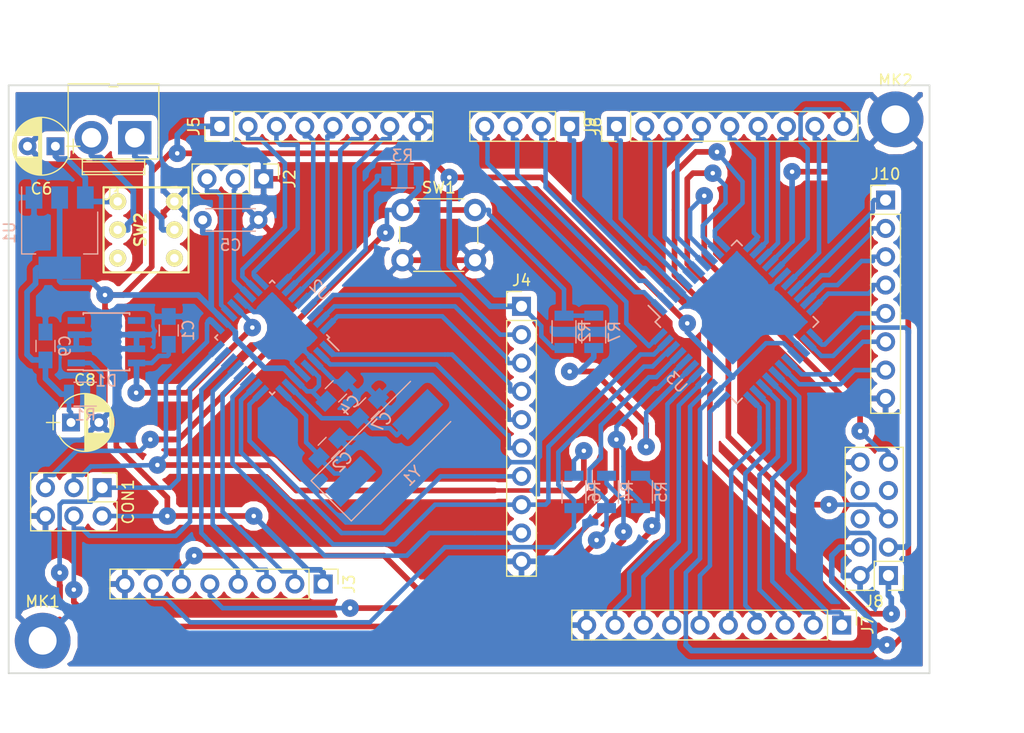
<source format=kicad_pcb>
(kicad_pcb (version 20171130) (host pcbnew 5.0-dev-unknown-dd04bcb~61~ubuntu16.04.1)
  (layers (0 F.Cu signal) (31 B.Cu signal) (34 B.Paste user) (35 F.Paste user) (36 B.SilkS user) (37 F.SilkS user) (38 B.Mask user) (39 F.Mask user) (44 Edge.Cuts user))
  (net 0 "")
  (net 1 GND)
  (net 2 +2V5)
  (net 3 /XTAL1)
  (net 4 VCC)
  (net 5 "Net-(C6-Pad1)")
  (net 6 /XTAL2)
  (net 7 /MISO)
  (net 8 /SCK)
  (net 9 /MOSI)
  (net 10 /RESET)
  (net 11 "Net-(D1-Pad1)")
  (net 12 "Net-(J2-Pad2)")
  (net 13 "Net-(J2-Pad3)")
  (net 14 "Net-(J3-Pad4)")
  (net 15 "Net-(J3-Pad3)")
  (net 16 "Net-(J3-Pad2)")
  (net 17 "Net-(J4-Pad9)")
  (net 18 /CCLK)
  (net 19 "Net-(J4-Pad7)")
  (net 20 "Net-(J4-Pad6)")
  (net 21 "Net-(J4-Pad5)")
  (net 22 "Net-(J4-Pad4)")
  (net 23 "Net-(J4-Pad3)")
  (net 24 "Net-(J4-Pad2)")
  (net 25 /PC0)
  (net 26 /PC1)
  (net 27 /PC2)
  (net 28 /PC3)
  (net 29 /PC4)
  (net 30 /PC5)
  (net 31 "Net-(J6-Pad1)")
  (net 32 "Net-(J6-Pad2)")
  (net 33 "Net-(J6-Pad3)")
  (net 34 "Net-(J6-Pad4)")
  (net 35 "Net-(J7-Pad1)")
  (net 36 "Net-(J7-Pad2)")
  (net 37 "Net-(J7-Pad3)")
  (net 38 "Net-(J7-Pad4)")
  (net 39 "Net-(J7-Pad5)")
  (net 40 "Net-(J7-Pad6)")
  (net 41 "Net-(J7-Pad7)")
  (net 42 "Net-(J7-Pad8)")
  (net 43 "Net-(J7-Pad9)")
  (net 44 /TCK)
  (net 45 /TDO)
  (net 46 /TMS)
  (net 47 /TDI)
  (net 48 "Net-(J9-Pad1)")
  (net 49 "Net-(J9-Pad2)")
  (net 50 "Net-(J9-Pad3)")
  (net 51 "Net-(J9-Pad4)")
  (net 52 "Net-(J9-Pad5)")
  (net 53 "Net-(J9-Pad6)")
  (net 54 "Net-(J9-Pad7)")
  (net 55 "Net-(J9-Pad8)")
  (net 56 "Net-(J9-Pad9)")
  (net 57 "Net-(J10-Pad1)")
  (net 58 "Net-(J10-Pad2)")
  (net 59 "Net-(J10-Pad3)")
  (net 60 "Net-(J10-Pad4)")
  (net 61 "Net-(J10-Pad5)")
  (net 62 "Net-(J10-Pad6)")
  (net 63 "Net-(J10-Pad7)")
  (net 64 "Net-(R3-Pad2)")
  (net 65 "Net-(R7-Pad1)")
  (net 66 /SCK_)
  (net 67 /MISO_)
  (net 68 /MOSI_)
  (net 69 "Net-(J1-Pad1)")
  (net 70 "Net-(J1-Pad2)")
  (module Crystals:Crystal_SMD_HC49-SD (layer B.Cu) (at 56.515 76.962 45)
    (fp_text reference Y1 (at 0 3.55 45) (layer B.SilkS) (effects (justify mirror)))
    (fp_text value 12Mhz)
    (pad 1 smd rect (at -4.25 0 45) (size 4.5 2) (layers B.Cu B.Paste B.Mask) (net 3 /XTAL1))
    (pad 2 smd rect (at 4.25 0 45) (size 4.5 2) (layers B.Cu B.Paste B.Mask) (net 6 /XTAL2))
  )
  (module Resistors_SMD:R_1206 (layer B.Cu) (at 72.644 66.548 90)
    (fp_text reference R2 (at 0 1.85 90) (layer B.SilkS) (effects (justify mirror)))
    (fp_text value 4k7)
    (pad 1 smd rect (at -1.45 0 90) (size 0.9 1.7) (layers B.Cu B.Paste B.Mask) (net 4 VCC))
    (pad 2 smd rect (at 1.45 0 90) (size 0.9 1.7) (layers B.Cu B.Paste B.Mask) (net 10 /RESET))
  )
  (module Capacitors_SMD:C_0805_HandSoldering (layer B.Cu) (at 37.211 66.421 90)
    (fp_text reference C1 (at 0 1.75 90) (layer B.SilkS) (effects (justify mirror)))
    (fp_text value 100n)
    (pad 2 smd rect (at 1.25 0 90) (size 1.5 1.25) (layers B.Cu B.Paste B.Mask) (net 1 GND))
    (pad 1 smd rect (at -1.25 0 90) (size 1.5 1.25) (layers B.Cu B.Paste B.Mask) (net 2 +2V5))
  )
  (module Capacitors_SMD:C_0805_HandSoldering (layer B.Cu) (at 51.562 76.962 45)
    (fp_text reference C2 (at 0 1.75 45) (layer B.SilkS) (effects (justify mirror)))
    (fp_text value 27p)
    (pad 1 smd rect (at -1.249999 0 45) (size 1.5 1.25) (layers B.Cu B.Paste B.Mask) (net 3 /XTAL1))
    (pad 2 smd rect (at 1.249999 0 45) (size 1.5 1.25) (layers B.Cu B.Paste B.Mask) (net 1 GND))
  )
  (module Capacitors_THT:CP_Radial_D5.0mm_P2.50mm (layer F.Cu) (at 27.051 49.911 180)
    (fp_text reference C6 (at 1.25 -3.81 180) (layer F.SilkS))
    (fp_text value 10u)
    (pad 1 thru_hole rect (at 0 0 180) (size 1.6 1.6) (drill 0.8) (layers *.Cu *.Mask) (net 5 "Net-(C6-Pad1)"))
    (pad 2 thru_hole circle (at 2.5 0 180) (size 1.6 1.6) (drill 0.8) (layers *.Cu *.Mask) (net 1 GND))
  )
  (module Capacitors_SMD:C_0805_HandSoldering (layer B.Cu) (at 55.118 73.406 45)
    (fp_text reference C7 (at 0 1.75 45) (layer B.SilkS) (effects (justify mirror)))
    (fp_text value 27p)
    (pad 1 smd rect (at -1.249999 0 45) (size 1.5 1.25) (layers B.Cu B.Paste B.Mask) (net 6 /XTAL2))
    (pad 2 smd rect (at 1.249999 0 45) (size 1.5 1.25) (layers B.Cu B.Paste B.Mask) (net 1 GND))
  )
  (module Capacitors_THT:CP_Radial_D5.0mm_P2.50mm (layer F.Cu) (at 28.448 74.676)
    (fp_text reference C8 (at 1.25 -3.81) (layer F.SilkS))
    (fp_text value 10u)
    (pad 2 thru_hole circle (at 2.5 0) (size 1.6 1.6) (drill 0.8) (layers *.Cu *.Mask) (net 1 GND))
    (pad 1 thru_hole rect (at 0 0) (size 1.6 1.6) (drill 0.8) (layers *.Cu *.Mask) (net 4 VCC))
  )
  (module Capacitors_SMD:C_0805_HandSoldering (layer B.Cu) (at 26.162 67.818 90)
    (fp_text reference C9 (at 0 1.75 90) (layer B.SilkS) (effects (justify mirror)))
    (fp_text value 100n)
    (pad 2 smd rect (at 1.25 0 90) (size 1.5 1.25) (layers B.Cu B.Paste B.Mask) (net 1 GND))
    (pad 1 smd rect (at -1.25 0 90) (size 1.5 1.25) (layers B.Cu B.Paste B.Mask) (net 4 VCC))
  )
  (module Pin_Headers:Pin_Header_Straight_2x03_Pitch2.54mm (layer F.Cu) (at 31.242 80.518 270)
    (fp_text reference CON1 (at 1.27 -2.33 270) (layer F.SilkS))
    (fp_text value AVR-ISP-6)
    (pad 1 thru_hole rect (at 0 0 270) (size 1.7 1.7) (drill 1) (layers *.Cu *.Mask) (net 7 /MISO))
    (pad 2 thru_hole oval (at 2.54 0 270) (size 1.7 1.7) (drill 1) (layers *.Cu *.Mask) (net 4 VCC))
    (pad 3 thru_hole oval (at 0 2.54 270) (size 1.7 1.7) (drill 1) (layers *.Cu *.Mask) (net 8 /SCK))
    (pad 4 thru_hole oval (at 2.54 2.54 270) (size 1.7 1.7) (drill 1) (layers *.Cu *.Mask) (net 9 /MOSI))
    (pad 5 thru_hole oval (at 0 5.08 270) (size 1.7 1.7) (drill 1) (layers *.Cu *.Mask) (net 10 /RESET))
    (pad 6 thru_hole oval (at 2.54 5.08 270) (size 1.7 1.7) (drill 1) (layers *.Cu *.Mask) (net 1 GND))
  )
  (module Housings_SOIC:SOIC-8_3.9x4.9mm_Pitch1.27mm (layer B.Cu) (at 31.623 67.437)
    (fp_text reference D1 (at 0 3.5) (layer B.SilkS) (effects (justify mirror)))
    (fp_text value TL431D)
    (pad 1 smd rect (at -2.7 1.905) (size 1.55 0.6) (layers B.Cu B.Paste B.Mask) (net 11 "Net-(D1-Pad1)"))
    (pad 2 smd rect (at -2.7 0.635) (size 1.55 0.6) (layers B.Cu B.Paste B.Mask) (net 1 GND))
    (pad 3 smd rect (at -2.7 -0.635) (size 1.55 0.6) (layers B.Cu B.Paste B.Mask) (net 1 GND))
    (pad 4 smd rect (at -2.7 -1.905) (size 1.55 0.6) (layers B.Cu B.Paste B.Mask))
    (pad 5 smd rect (at 2.7 -1.905) (size 1.55 0.6) (layers B.Cu B.Paste B.Mask))
    (pad 6 smd rect (at 2.7 -0.635) (size 1.55 0.6) (layers B.Cu B.Paste B.Mask) (net 1 GND))
    (pad 7 smd rect (at 2.7 0.635) (size 1.55 0.6) (layers B.Cu B.Paste B.Mask) (net 1 GND))
    (pad 8 smd rect (at 2.7 1.905) (size 1.55 0.6) (layers B.Cu B.Paste B.Mask) (net 2 +2V5))
  )
  (module Pin_Headers:Pin_Header_Straight_1x03_Pitch2.54mm (layer F.Cu) (at 45.72 52.832 270)
    (fp_text reference J2 (at 0 -2.33 270) (layer F.SilkS))
    (fp_text value ADC)
    (pad 1 thru_hole rect (at 0 0 270) (size 1.7 1.7) (drill 1) (layers *.Cu *.Mask) (net 1 GND))
    (pad 2 thru_hole oval (at 0 2.54 270) (size 1.7 1.7) (drill 1) (layers *.Cu *.Mask) (net 12 "Net-(J2-Pad2)"))
    (pad 3 thru_hole oval (at 0 5.08 270) (size 1.7 1.7) (drill 1) (layers *.Cu *.Mask) (net 13 "Net-(J2-Pad3)"))
  )
  (module Pin_Headers:Pin_Header_Straight_1x08_Pitch2.54mm (layer F.Cu) (at 51.054 89.154 270)
    (fp_text reference J3 (at 0 -2.33 270) (layer F.SilkS))
    (fp_text value "Port B")
    (pad 8 thru_hole oval (at 0 17.78 270) (size 1.7 1.7) (drill 1) (layers *.Cu *.Mask) (net 1 GND))
    (pad 7 thru_hole oval (at 0 15.24 270) (size 1.7 1.7) (drill 1) (layers *.Cu *.Mask) (net 66 /SCK_))
    (pad 6 thru_hole oval (at 0 12.7 270) (size 1.7 1.7) (drill 1) (layers *.Cu *.Mask) (net 67 /MISO_))
    (pad 5 thru_hole oval (at 0 10.16 270) (size 1.7 1.7) (drill 1) (layers *.Cu *.Mask) (net 68 /MOSI_))
    (pad 4 thru_hole oval (at 0 7.62 270) (size 1.7 1.7) (drill 1) (layers *.Cu *.Mask) (net 14 "Net-(J3-Pad4)"))
    (pad 3 thru_hole oval (at 0 5.08 270) (size 1.7 1.7) (drill 1) (layers *.Cu *.Mask) (net 15 "Net-(J3-Pad3)"))
    (pad 2 thru_hole oval (at 0 2.54 270) (size 1.7 1.7) (drill 1) (layers *.Cu *.Mask) (net 16 "Net-(J3-Pad2)"))
    (pad 1 thru_hole rect (at 0 0 270) (size 1.7 1.7) (drill 1) (layers *.Cu *.Mask) (net 4 VCC))
  )
  (module Pin_Headers:Pin_Header_Straight_1x10_Pitch2.54mm (layer F.Cu) (at 68.834 64.262)
    (fp_text reference J4 (at 0 -2.33) (layer F.SilkS))
    (fp_text value "PORT D")
    (pad 10 thru_hole oval (at 0 22.86) (size 1.7 1.7) (drill 1) (layers *.Cu *.Mask) (net 1 GND))
    (pad 9 thru_hole oval (at 0 20.32) (size 1.7 1.7) (drill 1) (layers *.Cu *.Mask) (net 17 "Net-(J4-Pad9)"))
    (pad 8 thru_hole oval (at 0 17.78) (size 1.7 1.7) (drill 1) (layers *.Cu *.Mask) (net 18 /CCLK))
    (pad 7 thru_hole oval (at 0 15.24) (size 1.7 1.7) (drill 1) (layers *.Cu *.Mask) (net 19 "Net-(J4-Pad7)"))
    (pad 6 thru_hole oval (at 0 12.7) (size 1.7 1.7) (drill 1) (layers *.Cu *.Mask) (net 20 "Net-(J4-Pad6)"))
    (pad 5 thru_hole oval (at 0 10.16) (size 1.7 1.7) (drill 1) (layers *.Cu *.Mask) (net 21 "Net-(J4-Pad5)"))
    (pad 4 thru_hole oval (at 0 7.62) (size 1.7 1.7) (drill 1) (layers *.Cu *.Mask) (net 22 "Net-(J4-Pad4)"))
    (pad 3 thru_hole oval (at 0 5.08) (size 1.7 1.7) (drill 1) (layers *.Cu *.Mask) (net 23 "Net-(J4-Pad3)"))
    (pad 2 thru_hole oval (at 0 2.54) (size 1.7 1.7) (drill 1) (layers *.Cu *.Mask) (net 24 "Net-(J4-Pad2)"))
    (pad 1 thru_hole rect (at 0 0) (size 1.7 1.7) (drill 1) (layers *.Cu *.Mask) (net 4 VCC))
  )
  (module Pin_Headers:Pin_Header_Straight_1x08_Pitch2.54mm (layer F.Cu) (at 41.783 48.133 90)
    (fp_text reference J5 (at 0 -2.33 90) (layer F.SilkS))
    (fp_text value "Port C")
    (pad 1 thru_hole rect (at 0 0 90) (size 1.7 1.7) (drill 1) (layers *.Cu *.Mask) (net 4 VCC))
    (pad 2 thru_hole oval (at 0 2.54 90) (size 1.7 1.7) (drill 1) (layers *.Cu *.Mask) (net 25 /PC0))
    (pad 3 thru_hole oval (at 0 5.08 90) (size 1.7 1.7) (drill 1) (layers *.Cu *.Mask) (net 26 /PC1))
    (pad 4 thru_hole oval (at 0 7.62 90) (size 1.7 1.7) (drill 1) (layers *.Cu *.Mask) (net 27 /PC2))
    (pad 5 thru_hole oval (at 0 10.16 90) (size 1.7 1.7) (drill 1) (layers *.Cu *.Mask) (net 28 /PC3))
    (pad 6 thru_hole oval (at 0 12.7 90) (size 1.7 1.7) (drill 1) (layers *.Cu *.Mask) (net 29 /PC4))
    (pad 7 thru_hole oval (at 0 15.24 90) (size 1.7 1.7) (drill 1) (layers *.Cu *.Mask) (net 30 /PC5))
    (pad 8 thru_hole oval (at 0 17.78 90) (size 1.7 1.7) (drill 1) (layers *.Cu *.Mask) (net 1 GND))
  )
  (module Pin_Headers:Pin_Header_Straight_1x04_Pitch2.54mm (layer F.Cu) (at 73.152 48.133 270)
    (fp_text reference J6 (at 0 -2.33 270) (layer F.SilkS))
    (fp_text value "FB 1")
    (pad 1 thru_hole rect (at 0 0 270) (size 1.7 1.7) (drill 1) (layers *.Cu *.Mask) (net 31 "Net-(J6-Pad1)"))
    (pad 2 thru_hole oval (at 0 2.54 270) (size 1.7 1.7) (drill 1) (layers *.Cu *.Mask) (net 32 "Net-(J6-Pad2)"))
    (pad 3 thru_hole oval (at 0 5.08 270) (size 1.7 1.7) (drill 1) (layers *.Cu *.Mask) (net 33 "Net-(J6-Pad3)"))
    (pad 4 thru_hole oval (at 0 7.62 270) (size 1.7 1.7) (drill 1) (layers *.Cu *.Mask) (net 34 "Net-(J6-Pad4)"))
  )
  (module Pin_Headers:Pin_Header_Straight_1x10_Pitch2.54mm (layer F.Cu) (at 97.536 92.837 270)
    (fp_text reference J7 (at 0 -2.33 270) (layer F.SilkS))
    (fp_text value "FB 2")
    (pad 1 thru_hole rect (at 0 0 270) (size 1.7 1.7) (drill 1) (layers *.Cu *.Mask) (net 35 "Net-(J7-Pad1)"))
    (pad 2 thru_hole oval (at 0 2.54 270) (size 1.7 1.7) (drill 1) (layers *.Cu *.Mask) (net 36 "Net-(J7-Pad2)"))
    (pad 3 thru_hole oval (at 0 5.08 270) (size 1.7 1.7) (drill 1) (layers *.Cu *.Mask) (net 37 "Net-(J7-Pad3)"))
    (pad 4 thru_hole oval (at 0 7.62 270) (size 1.7 1.7) (drill 1) (layers *.Cu *.Mask) (net 38 "Net-(J7-Pad4)"))
    (pad 5 thru_hole oval (at 0 10.16 270) (size 1.7 1.7) (drill 1) (layers *.Cu *.Mask) (net 39 "Net-(J7-Pad5)"))
    (pad 6 thru_hole oval (at 0 12.7 270) (size 1.7 1.7) (drill 1) (layers *.Cu *.Mask) (net 40 "Net-(J7-Pad6)"))
    (pad 7 thru_hole oval (at 0 15.24 270) (size 1.7 1.7) (drill 1) (layers *.Cu *.Mask) (net 41 "Net-(J7-Pad7)"))
    (pad 8 thru_hole oval (at 0 17.78 270) (size 1.7 1.7) (drill 1) (layers *.Cu *.Mask) (net 42 "Net-(J7-Pad8)"))
    (pad 9 thru_hole oval (at 0 20.32 270) (size 1.7 1.7) (drill 1) (layers *.Cu *.Mask) (net 43 "Net-(J7-Pad9)"))
    (pad 10 thru_hole oval (at 0 22.86 270) (size 1.7 1.7) (drill 1) (layers *.Cu *.Mask) (net 1 GND))
  )
  (module Pin_Headers:Pin_Header_Straight_2x05_Pitch2.54mm (layer F.Cu) (at 101.727 88.392 180)
    (fp_text reference J8 (at 1.27 -2.33 180) (layer F.SilkS))
    (fp_text value JTAG)
    (pad 1 thru_hole rect (at 0 0 180) (size 1.7 1.7) (drill 1) (layers *.Cu *.Mask) (net 44 /TCK))
    (pad 2 thru_hole oval (at 2.54 0 180) (size 1.7 1.7) (drill 1) (layers *.Cu *.Mask) (net 1 GND))
    (pad 3 thru_hole oval (at 0 2.54 180) (size 1.7 1.7) (drill 1) (layers *.Cu *.Mask) (net 45 /TDO))
    (pad 4 thru_hole oval (at 2.54 2.54 180) (size 1.7 1.7) (drill 1) (layers *.Cu *.Mask) (net 4 VCC))
    (pad 5 thru_hole oval (at 0 5.08 180) (size 1.7 1.7) (drill 1) (layers *.Cu *.Mask) (net 46 /TMS))
    (pad 6 thru_hole oval (at 2.54 5.08 180) (size 1.7 1.7) (drill 1) (layers *.Cu *.Mask))
    (pad 7 thru_hole oval (at 0 7.62 180) (size 1.7 1.7) (drill 1) (layers *.Cu *.Mask))
    (pad 8 thru_hole oval (at 2.54 7.62 180) (size 1.7 1.7) (drill 1) (layers *.Cu *.Mask))
    (pad 9 thru_hole oval (at 0 10.16 180) (size 1.7 1.7) (drill 1) (layers *.Cu *.Mask) (net 47 /TDI))
    (pad 10 thru_hole oval (at 2.54 10.16 180) (size 1.7 1.7) (drill 1) (layers *.Cu *.Mask) (net 1 GND))
  )
  (module Pin_Headers:Pin_Header_Straight_1x09_Pitch2.54mm (layer F.Cu) (at 77.343 48.133 90)
    (fp_text reference J9 (at 0 -2.33 90) (layer F.SilkS))
    (fp_text value "FB 3")
    (pad 1 thru_hole rect (at 0 0 90) (size 1.7 1.7) (drill 1) (layers *.Cu *.Mask) (net 48 "Net-(J9-Pad1)"))
    (pad 2 thru_hole oval (at 0 2.54 90) (size 1.7 1.7) (drill 1) (layers *.Cu *.Mask) (net 49 "Net-(J9-Pad2)"))
    (pad 3 thru_hole oval (at 0 5.08 90) (size 1.7 1.7) (drill 1) (layers *.Cu *.Mask) (net 50 "Net-(J9-Pad3)"))
    (pad 4 thru_hole oval (at 0 7.62 90) (size 1.7 1.7) (drill 1) (layers *.Cu *.Mask) (net 51 "Net-(J9-Pad4)"))
    (pad 5 thru_hole oval (at 0 10.16 90) (size 1.7 1.7) (drill 1) (layers *.Cu *.Mask) (net 52 "Net-(J9-Pad5)"))
    (pad 6 thru_hole oval (at 0 12.7 90) (size 1.7 1.7) (drill 1) (layers *.Cu *.Mask) (net 53 "Net-(J9-Pad6)"))
    (pad 7 thru_hole oval (at 0 15.24 90) (size 1.7 1.7) (drill 1) (layers *.Cu *.Mask) (net 54 "Net-(J9-Pad7)"))
    (pad 8 thru_hole oval (at 0 17.78 90) (size 1.7 1.7) (drill 1) (layers *.Cu *.Mask) (net 55 "Net-(J9-Pad8)"))
    (pad 9 thru_hole oval (at 0 20.32 90) (size 1.7 1.7) (drill 1) (layers *.Cu *.Mask) (net 56 "Net-(J9-Pad9)"))
  )
  (module Pin_Headers:Pin_Header_Straight_1x08_Pitch2.54mm (layer F.Cu) (at 101.473 54.737)
    (fp_text reference J10 (at 0 -2.33) (layer F.SilkS))
    (fp_text value "FB 4")
    (pad 1 thru_hole rect (at 0 0) (size 1.7 1.7) (drill 1) (layers *.Cu *.Mask) (net 57 "Net-(J10-Pad1)"))
    (pad 2 thru_hole oval (at 0 2.54) (size 1.7 1.7) (drill 1) (layers *.Cu *.Mask) (net 58 "Net-(J10-Pad2)"))
    (pad 3 thru_hole oval (at 0 5.08) (size 1.7 1.7) (drill 1) (layers *.Cu *.Mask) (net 59 "Net-(J10-Pad3)"))
    (pad 4 thru_hole oval (at 0 7.62) (size 1.7 1.7) (drill 1) (layers *.Cu *.Mask) (net 60 "Net-(J10-Pad4)"))
    (pad 5 thru_hole oval (at 0 10.16) (size 1.7 1.7) (drill 1) (layers *.Cu *.Mask) (net 61 "Net-(J10-Pad5)"))
    (pad 6 thru_hole oval (at 0 12.7) (size 1.7 1.7) (drill 1) (layers *.Cu *.Mask) (net 62 "Net-(J10-Pad6)"))
    (pad 7 thru_hole oval (at 0 15.24) (size 1.7 1.7) (drill 1) (layers *.Cu *.Mask) (net 63 "Net-(J10-Pad7)"))
    (pad 8 thru_hole oval (at 0 17.78) (size 1.7 1.7) (drill 1) (layers *.Cu *.Mask) (net 1 GND))
  )
  (module Resistors_SMD:R_1206 (layer B.Cu) (at 29.718 72.136)
    (fp_text reference R1 (at 0 1.85) (layer B.SilkS) (effects (justify mirror)))
    (fp_text value 1k)
    (pad 1 smd rect (at -1.45 0) (size 0.9 1.7) (layers B.Cu B.Paste B.Mask) (net 4 VCC))
    (pad 2 smd rect (at 1.45 0) (size 0.9 1.7) (layers B.Cu B.Paste B.Mask) (net 11 "Net-(D1-Pad1)"))
  )
  (module Resistors_SMD:R_1206 (layer B.Cu) (at 58.166 52.578 180)
    (fp_text reference R3 (at 0 1.85 180) (layer B.SilkS) (effects (justify mirror)))
    (fp_text value 4k7)
    (pad 2 smd rect (at 1.45 0 180) (size 0.9 1.7) (layers B.Cu B.Paste B.Mask) (net 64 "Net-(R3-Pad2)"))
    (pad 1 smd rect (at -1.45 0 180) (size 0.9 1.7) (layers B.Cu B.Paste B.Mask) (net 10 /RESET))
  )
  (module Resistors_SMD:R_1206 (layer B.Cu) (at 76.454 80.899 90)
    (fp_text reference R4 (at 0 1.85 90) (layer B.SilkS) (effects (justify mirror)))
    (fp_text value 1k)
    (pad 1 smd rect (at -1.45 0 90) (size 0.9 1.7) (layers B.Cu B.Paste B.Mask) (net 68 /MOSI_))
    (pad 2 smd rect (at 1.45 0 90) (size 0.9 1.7) (layers B.Cu B.Paste B.Mask) (net 9 /MOSI))
  )
  (module Resistors_SMD:R_1206 (layer B.Cu) (at 79.502 80.899 90)
    (fp_text reference R5 (at 0 1.85 90) (layer B.SilkS) (effects (justify mirror)))
    (fp_text value 1k)
    (pad 2 smd rect (at 1.45 0 90) (size 0.9 1.7) (layers B.Cu B.Paste B.Mask) (net 7 /MISO))
    (pad 1 smd rect (at -1.45 0 90) (size 0.9 1.7) (layers B.Cu B.Paste B.Mask) (net 67 /MISO_))
  )
  (module Resistors_SMD:R_1206 (layer B.Cu) (at 73.533 80.899 90)
    (fp_text reference R6 (at 0 1.85 90) (layer B.SilkS) (effects (justify mirror)))
    (fp_text value 1k)
    (pad 2 smd rect (at 1.45 0 90) (size 0.9 1.7) (layers B.Cu B.Paste B.Mask) (net 8 /SCK))
    (pad 1 smd rect (at -1.45 0 90) (size 0.9 1.7) (layers B.Cu B.Paste B.Mask) (net 66 /SCK_))
  )
  (module Resistors_SMD:R_1206 (layer B.Cu) (at 75.311 66.548 90)
    (fp_text reference R7 (at 0 1.85 90) (layer B.SilkS) (effects (justify mirror)))
    (fp_text value 4k7)
    (pad 1 smd rect (at -1.45 0 90) (size 0.9 1.7) (layers B.Cu B.Paste B.Mask) (net 65 "Net-(R7-Pad1)"))
    (pad 2 smd rect (at 1.45 0 90) (size 0.9 1.7) (layers B.Cu B.Paste B.Mask) (net 10 /RESET))
  )
  (module Buttons_Switches_THT:SW_PUSH_6mm (layer F.Cu) (at 58.166 55.626)
    (fp_text reference SW1 (at 3.25 -2) (layer F.SilkS))
    (fp_text value SW_Push)
    (pad 2 thru_hole circle (at 0 4.5 90) (size 2 2) (drill 1.1) (layers *.Cu *.Mask) (net 1 GND))
    (pad 1 thru_hole circle (at 0 0 90) (size 2 2) (drill 1.1) (layers *.Cu *.Mask) (net 10 /RESET))
    (pad 2 thru_hole circle (at 6.5 4.5 90) (size 2 2) (drill 1.1) (layers *.Cu *.Mask) (net 1 GND))
    (pad 1 thru_hole circle (at 6.5 0 90) (size 2 2) (drill 1.1) (layers *.Cu *.Mask) (net 10 /RESET))
  )
  (module TO_SOT_Packages_SMD:SOT-223-3_TabPin2 (layer B.Cu) (at 27.432 57.658 270)
    (fp_text reference U1 (at 0 4.5 270) (layer B.SilkS) (effects (justify mirror)))
    (fp_text value LM1117-3.3)
    (pad 2 smd rect (at 3.15 0 270) (size 2 3.8) (layers B.Cu B.Paste B.Mask) (net 4 VCC))
    (pad 2 smd rect (at -3.15 0 270) (size 2 1.5) (layers B.Cu B.Paste B.Mask) (net 4 VCC))
    (pad 3 smd rect (at -3.15 -2.3 270) (size 2 1.5) (layers B.Cu B.Paste B.Mask) (net 5 "Net-(C6-Pad1)"))
    (pad 1 smd rect (at -3.15 2.3 270) (size 2 1.5) (layers B.Cu B.Paste B.Mask) (net 1 GND))
  )
  (module Housings_QFP:TQFP-32_7x7mm_Pitch0.8mm (layer B.Cu) (at 46.482 67.056 135)
    (fp_text reference U2 (at 0 6.05 135) (layer B.SilkS) (effects (justify mirror)))
    (fp_text value ATMEGA168A-AU)
    (pad 1 smd rect (at -4.25 2.8 135) (size 1.6 0.55) (layers B.Cu B.Paste B.Mask) (net 21 "Net-(J4-Pad5)"))
    (pad 2 smd rect (at -4.25 2 135) (size 1.6 0.55) (layers B.Cu B.Paste B.Mask) (net 20 "Net-(J4-Pad6)"))
    (pad 3 smd rect (at -4.25 1.2 135) (size 1.6 0.55) (layers B.Cu B.Paste B.Mask) (net 1 GND))
    (pad 4 smd rect (at -4.25 0.4 135) (size 1.6 0.55) (layers B.Cu B.Paste B.Mask) (net 4 VCC))
    (pad 5 smd rect (at -4.25 -0.4 135) (size 1.6 0.55) (layers B.Cu B.Paste B.Mask) (net 1 GND))
    (pad 6 smd rect (at -4.25 -1.2 135) (size 1.6 0.55) (layers B.Cu B.Paste B.Mask) (net 4 VCC))
    (pad 7 smd rect (at -4.25 -2 135) (size 1.6 0.55) (layers B.Cu B.Paste B.Mask) (net 6 /XTAL2))
    (pad 8 smd rect (at -4.25 -2.8 135) (size 1.6 0.55) (layers B.Cu B.Paste B.Mask) (net 3 /XTAL1))
    (pad 9 smd rect (at -2.8 -4.25 45) (size 1.6 0.55) (layers B.Cu B.Paste B.Mask) (net 19 "Net-(J4-Pad7)"))
    (pad 10 smd rect (at -2 -4.25 45) (size 1.6 0.55) (layers B.Cu B.Paste B.Mask) (net 18 /CCLK))
    (pad 11 smd rect (at -1.2 -4.25 45) (size 1.6 0.55) (layers B.Cu B.Paste B.Mask) (net 17 "Net-(J4-Pad9)"))
    (pad 12 smd rect (at -0.4 -4.25 45) (size 1.6 0.55) (layers B.Cu B.Paste B.Mask) (net 16 "Net-(J3-Pad2)"))
    (pad 13 smd rect (at 0.4 -4.25 45) (size 1.6 0.55) (layers B.Cu B.Paste B.Mask) (net 15 "Net-(J3-Pad3)"))
    (pad 14 smd rect (at 1.2 -4.25 45) (size 1.6 0.55) (layers B.Cu B.Paste B.Mask) (net 14 "Net-(J3-Pad4)"))
    (pad 15 smd rect (at 2 -4.25 45) (size 1.6 0.55) (layers B.Cu B.Paste B.Mask) (net 9 /MOSI))
    (pad 16 smd rect (at 2.8 -4.25 45) (size 1.6 0.55) (layers B.Cu B.Paste B.Mask) (net 7 /MISO))
    (pad 17 smd rect (at 4.25 -2.8 135) (size 1.6 0.55) (layers B.Cu B.Paste B.Mask) (net 8 /SCK))
    (pad 18 smd rect (at 4.25 -2 135) (size 1.6 0.55) (layers B.Cu B.Paste B.Mask) (net 4 VCC))
    (pad 19 smd rect (at 4.25 -1.2 135) (size 1.6 0.55) (layers B.Cu B.Paste B.Mask) (net 13 "Net-(J2-Pad3)"))
    (pad 20 smd rect (at 4.25 -0.4 135) (size 1.6 0.55) (layers B.Cu B.Paste B.Mask) (net 2 +2V5))
    (pad 21 smd rect (at 4.25 0.4 135) (size 1.6 0.55) (layers B.Cu B.Paste B.Mask) (net 1 GND))
    (pad 22 smd rect (at 4.25 1.2 135) (size 1.6 0.55) (layers B.Cu B.Paste B.Mask) (net 12 "Net-(J2-Pad2)"))
    (pad 23 smd rect (at 4.25 2 135) (size 1.6 0.55) (layers B.Cu B.Paste B.Mask) (net 25 /PC0))
    (pad 24 smd rect (at 4.25 2.8 135) (size 1.6 0.55) (layers B.Cu B.Paste B.Mask) (net 26 /PC1))
    (pad 25 smd rect (at 2.8 4.25 45) (size 1.6 0.55) (layers B.Cu B.Paste B.Mask) (net 27 /PC2))
    (pad 26 smd rect (at 2 4.25 45) (size 1.6 0.55) (layers B.Cu B.Paste B.Mask) (net 28 /PC3))
    (pad 27 smd rect (at 1.2 4.25 45) (size 1.6 0.55) (layers B.Cu B.Paste B.Mask) (net 29 /PC4))
    (pad 28 smd rect (at 0.4 4.25 45) (size 1.6 0.55) (layers B.Cu B.Paste B.Mask) (net 30 /PC5))
    (pad 29 smd rect (at -0.4 4.25 45) (size 1.6 0.55) (layers B.Cu B.Paste B.Mask) (net 64 "Net-(R3-Pad2)"))
    (pad 30 smd rect (at -1.2 4.25 45) (size 1.6 0.55) (layers B.Cu B.Paste B.Mask) (net 24 "Net-(J4-Pad2)"))
    (pad 31 smd rect (at -2 4.25 45) (size 1.6 0.55) (layers B.Cu B.Paste B.Mask) (net 23 "Net-(J4-Pad3)"))
    (pad 32 smd rect (at -2.8 4.25 45) (size 1.6 0.55) (layers B.Cu B.Paste B.Mask) (net 22 "Net-(J4-Pad4)"))
  )
  (module Housings_QFP:LQFP-44_10x10mm_Pitch0.8mm (layer B.Cu) (at 88.138 65.659 315)
    (fp_text reference U3 (at 0 7.65 315) (layer B.SilkS) (effects (justify mirror)))
    (fp_text value XC9572XL-VQFP44)
    (pad 1 smd rect (at -5.85 4 315) (size 1.6 0.56) (layers B.Cu B.Paste B.Mask) (net 33 "Net-(J6-Pad3)"))
    (pad 2 smd rect (at -5.85 3.2 315) (size 1.6 0.56) (layers B.Cu B.Paste B.Mask) (net 32 "Net-(J6-Pad2)"))
    (pad 3 smd rect (at -5.85 2.4 315) (size 1.6 0.56) (layers B.Cu B.Paste B.Mask) (net 31 "Net-(J6-Pad1)"))
    (pad 4 smd rect (at -5.85 1.6 315) (size 1.6 0.56) (layers B.Cu B.Paste B.Mask) (net 1 GND))
    (pad 5 smd rect (at -5.85 0.8 315) (size 1.6 0.56) (layers B.Cu B.Paste B.Mask) (net 48 "Net-(J9-Pad1)"))
    (pad 6 smd rect (at -5.85 0 315) (size 1.6 0.56) (layers B.Cu B.Paste B.Mask) (net 49 "Net-(J9-Pad2)"))
    (pad 7 smd rect (at -5.85 -0.8 315) (size 1.6 0.56) (layers B.Cu B.Paste B.Mask) (net 50 "Net-(J9-Pad3)"))
    (pad 8 smd rect (at -5.85 -1.6 315) (size 1.6 0.56) (layers B.Cu B.Paste B.Mask) (net 51 "Net-(J9-Pad4)"))
    (pad 9 smd rect (at -5.85 -2.4 315) (size 1.6 0.56) (layers B.Cu B.Paste B.Mask) (net 47 /TDI))
    (pad 10 smd rect (at -5.85 -3.2 315) (size 1.6 0.56) (layers B.Cu B.Paste B.Mask) (net 46 /TMS))
    (pad 11 smd rect (at -5.85 -4 315) (size 1.6 0.56) (layers B.Cu B.Paste B.Mask) (net 44 /TCK))
    (pad 12 smd rect (at -4 -5.85 225) (size 1.6 0.56) (layers B.Cu B.Paste B.Mask) (net 52 "Net-(J9-Pad5)"))
    (pad 13 smd rect (at -3.2 -5.85 225) (size 1.6 0.56) (layers B.Cu B.Paste B.Mask) (net 53 "Net-(J9-Pad6)"))
    (pad 14 smd rect (at -2.4 -5.85 225) (size 1.6 0.56) (layers B.Cu B.Paste B.Mask) (net 54 "Net-(J9-Pad7)"))
    (pad 15 smd rect (at -1.6 -5.85 225) (size 1.6 0.56) (layers B.Cu B.Paste B.Mask) (net 4 VCC))
    (pad 16 smd rect (at -0.8 -5.85 225) (size 1.6 0.56) (layers B.Cu B.Paste B.Mask) (net 56 "Net-(J9-Pad9)"))
    (pad 17 smd rect (at 0 -5.85 225) (size 1.6 0.56) (layers B.Cu B.Paste B.Mask) (net 1 GND))
    (pad 18 smd rect (at 0.8 -5.85 225) (size 1.6 0.56) (layers B.Cu B.Paste B.Mask) (net 55 "Net-(J9-Pad8)"))
    (pad 19 smd rect (at 1.6 -5.85 225) (size 1.6 0.56) (layers B.Cu B.Paste B.Mask) (net 57 "Net-(J10-Pad1)"))
    (pad 20 smd rect (at 2.4 -5.85 225) (size 1.6 0.56) (layers B.Cu B.Paste B.Mask) (net 58 "Net-(J10-Pad2)"))
    (pad 21 smd rect (at 3.2 -5.85 225) (size 1.6 0.56) (layers B.Cu B.Paste B.Mask) (net 59 "Net-(J10-Pad3)"))
    (pad 22 smd rect (at 4 -5.85 225) (size 1.6 0.56) (layers B.Cu B.Paste B.Mask) (net 60 "Net-(J10-Pad4)"))
    (pad 23 smd rect (at 5.85 -4 315) (size 1.6 0.56) (layers B.Cu B.Paste B.Mask) (net 61 "Net-(J10-Pad5)"))
    (pad 24 smd rect (at 5.85 -3.2 315) (size 1.6 0.56) (layers B.Cu B.Paste B.Mask) (net 45 /TDO))
    (pad 25 smd rect (at 5.85 -2.4 315) (size 1.6 0.56) (layers B.Cu B.Paste B.Mask) (net 1 GND))
    (pad 26 smd rect (at 5.85 -1.6 315) (size 1.6 0.56) (layers B.Cu B.Paste B.Mask) (net 4 VCC))
    (pad 27 smd rect (at 5.85 -0.8 315) (size 1.6 0.56) (layers B.Cu B.Paste B.Mask) (net 62 "Net-(J10-Pad6)"))
    (pad 28 smd rect (at 5.85 0 315) (size 1.6 0.56) (layers B.Cu B.Paste B.Mask) (net 63 "Net-(J10-Pad7)"))
    (pad 29 smd rect (at 5.85 0.8 315) (size 1.6 0.56) (layers B.Cu B.Paste B.Mask) (net 35 "Net-(J7-Pad1)"))
    (pad 30 smd rect (at 5.85 1.6 315) (size 1.6 0.56) (layers B.Cu B.Paste B.Mask) (net 36 "Net-(J7-Pad2)"))
    (pad 31 smd rect (at 5.85 2.4 315) (size 1.6 0.56) (layers B.Cu B.Paste B.Mask) (net 37 "Net-(J7-Pad3)"))
    (pad 32 smd rect (at 5.85 3.2 315) (size 1.6 0.56) (layers B.Cu B.Paste B.Mask) (net 38 "Net-(J7-Pad4)"))
    (pad 33 smd rect (at 5.85 4 315) (size 1.6 0.56) (layers B.Cu B.Paste B.Mask) (net 39 "Net-(J7-Pad5)"))
    (pad 34 smd rect (at 4 5.85 225) (size 1.6 0.56) (layers B.Cu B.Paste B.Mask) (net 40 "Net-(J7-Pad6)"))
    (pad 35 smd rect (at 3.2 5.85 225) (size 1.6 0.56) (layers B.Cu B.Paste B.Mask) (net 4 VCC))
    (pad 36 smd rect (at 2.4 5.85 225) (size 1.6 0.56) (layers B.Cu B.Paste B.Mask) (net 41 "Net-(J7-Pad7)"))
    (pad 37 smd rect (at 1.6 5.85 225) (size 1.6 0.56) (layers B.Cu B.Paste B.Mask) (net 42 "Net-(J7-Pad8)"))
    (pad 38 smd rect (at 0.8 5.85 225) (size 1.6 0.56) (layers B.Cu B.Paste B.Mask) (net 43 "Net-(J7-Pad9)"))
    (pad 39 smd rect (at 0 5.85 225) (size 1.6 0.56) (layers B.Cu B.Paste B.Mask) (net 65 "Net-(R7-Pad1)"))
    (pad 40 smd rect (at -0.8 5.85 225) (size 1.6 0.56) (layers B.Cu B.Paste B.Mask) (net 67 /MISO_))
    (pad 41 smd rect (at -1.6 5.85 225) (size 1.6 0.56) (layers B.Cu B.Paste B.Mask) (net 68 /MOSI_))
    (pad 42 smd rect (at -2.4 5.85 225) (size 1.6 0.56) (layers B.Cu B.Paste B.Mask) (net 66 /SCK_))
    (pad 43 smd rect (at -3.2 5.85 225) (size 1.6 0.56) (layers B.Cu B.Paste B.Mask) (net 18 /CCLK))
    (pad 44 smd rect (at -4 5.85 225) (size 1.6 0.56) (layers B.Cu B.Paste B.Mask) (net 34 "Net-(J6-Pad4)"))
  )
  (module Capacitors_THT:C_Disc_D4.3mm_W1.9mm_P5.00mm (layer B.Cu) (at 40.259 56.515)
    (fp_text reference C5 (at 2.5 2.26) (layer B.SilkS) (effects (justify mirror)))
    (fp_text value 100n)
    (pad 1 thru_hole circle (at 0 0) (size 1.6 1.6) (drill 0.8) (layers *.Cu *.Mask) (net 4 VCC))
    (pad 2 thru_hole circle (at 5 0) (size 1.6 1.6) (drill 0.8) (layers *.Cu *.Mask) (net 1 GND))
  )
  (module Capacitors_SMD:C_0805_HandSoldering (layer B.Cu) (at 52.197 71.882 45)
    (fp_text reference C4 (at 0 1.75 45) (layer B.SilkS) (effects (justify mirror)))
    (fp_text value 100n)
    (pad 1 smd rect (at -1.249999 0 45) (size 1.5 1.25) (layers B.Cu B.Paste B.Mask) (net 4 VCC))
    (pad 2 smd rect (at 1.249999 0 45) (size 1.5 1.25) (layers B.Cu B.Paste B.Mask) (net 1 GND))
  )
  (module modules:DPDT_WIDE_54_54 (layer F.Cu) (at 35.179 57.404 90)
    (fp_text reference SW2 (at 0 -0.508 90) (layer F.SilkS) (effects (font (size 1.016 1.016) (thickness 0.2032))))
    (fp_text value PWR hide)
    (pad 6 thru_hole circle (at -2.54 2.54 90) (size 1.524 1.524) (drill 0.762) (layers *.Cu *.Mask F.SilkS))
    (pad 1 thru_hole circle (at -2.54 -2.54 90) (size 1.524 1.524) (drill 0.762) (layers *.Cu *.Mask F.SilkS))
    (pad 5 thru_hole circle (at 0 2.54 90) (size 1.524 1.524) (drill 0.762) (layers *.Cu *.Mask F.SilkS) (net 69 "Net-(J1-Pad1)"))
    (pad 2 thru_hole circle (at 0 -2.54 90) (size 1.524 1.524) (drill 0.762) (layers *.Cu *.Mask F.SilkS) (net 70 "Net-(J1-Pad2)"))
    (pad 4 thru_hole circle (at 2.54 2.54 90) (size 1.524 1.524) (drill 0.762) (layers *.Cu *.Mask F.SilkS) (net 1 GND))
    (pad 3 thru_hole circle (at 2.54 -2.54 90) (size 1.524 1.524) (drill 0.762) (layers *.Cu *.Mask F.SilkS) (net 5 "Net-(C6-Pad1)"))
  )
  (module Connectors:JWT_Vertical_A3963-RM3.96mm-2 (layer F.Cu) (at 34.163 49.149 180)
    (fp_text reference J1 (at 1.91 -5.08 180) (layer F.SilkS))
    (fp_text value PWR)
    (pad 1 thru_hole rect (at 0 0 180) (size 3 3) (drill 1.75) (layers *.Cu *.Mask) (net 69 "Net-(J1-Pad1)"))
    (pad 2 thru_hole circle (at 3.88 0 180) (size 3 3) (drill 1.75) (layers *.Cu *.Mask) (net 70 "Net-(J1-Pad2)"))
  )
  (module MountingHole:MountingHole_2.5mm_Pad (layer F.Cu) (at 25.908 94.234)
    (fp_text reference MK1 (at 0 -3.5) (layer F.SilkS))
    (fp_text value MH)
    (pad 1 thru_hole circle (at 0 0) (size 5 5) (drill 2.5) (layers *.Cu *.Mask) (net 1 GND))
  )
  (module MountingHole:MountingHole_2.5mm_Pad (layer F.Cu) (at 102.362 47.498)
    (fp_text reference MK2 (at 0 -3.5) (layer F.SilkS))
    (fp_text value MH)
    (pad 1 thru_hole circle (at 0 0) (size 5 5) (drill 2.5) (layers *.Cu *.Mask) (net 1 GND))
  )
  (gr_line (start 105.41 44.45) (end 22.86 44.45) (angle 90) (layer Edge.Cuts) (width 0.15))
  (gr_line (start 105.41 97.155) (end 22.86 97.155) (angle 90) (layer Edge.Cuts) (width 0.15))
  (gr_line (start 105.41 97.155) (end 105.41 44.45) (angle 90) (layer Edge.Cuts) (width 0.15))
  (gr_line (start 22.86 44.45) (end 22.86 97.155) (angle 90) (layer Edge.Cuts) (width 0.15))
  (segment (start 73.787 45.847) (end 64.262 45.847) (width 0.4064) (layer B.Cu) (net 1))
  (segment (start 75.184 47.244) (end 73.787 45.847) (width 0.4064) (layer B.Cu) (net 1))
  (segment (start 75.184 54.967742) (end 75.184 47.244) (width 0.4064) (layer B.Cu) (net 1))
  (segment (start 82.870054 62.653796) (end 75.184 54.967742) (width 0.4064) (layer B.Cu) (net 1))
  (segment (start 77.216 65.151) (end 77.216 68.707) (width 0.4064) (layer B.Cu) (net 1))
  (segment (start 77.216 64.643) (end 77.216 65.151) (width 0.4064) (layer B.Cu) (net 1))
  (segment (start 62.484 49.911) (end 77.216 64.643) (width 0.4064) (layer B.Cu) (net 1))
  (segment (start 60.706 48.133) (end 62.484 49.911) (width 0.4064) (layer B.Cu) (net 1))
  (segment (start 59.563 48.133) (end 60.706 48.133) (width 0.4064) (layer B.Cu) (net 1))
  (segment (start 64.666 60.126) (end 63.251787 60.126) (width 0.508) (layer F.Cu) (net 1))
  (segment (start 63.251787 60.126) (end 58.166 60.126) (width 0.508) (layer F.Cu) (net 1))
  (segment (start 59.563 48.133) (end 59.563 46.863) (width 0.508) (layer B.Cu) (net 1))
  (segment (start 64.262 45.847) (end 65.151 45.847) (width 0.508) (layer B.Cu) (net 1))
  (segment (start 63.246 46.863) (end 64.262 45.847) (width 0.508) (layer B.Cu) (net 1))
  (segment (start 59.563 46.863) (end 63.246 46.863) (width 0.508) (layer B.Cu) (net 1))
  (segment (start 98.806 84.582) (end 99.949 84.582) (width 0.4064) (layer B.Cu) (net 1))
  (segment (start 99.949 84.582) (end 100.457 85.09) (width 0.4064) (layer B.Cu) (net 1))
  (segment (start 100.457 85.09) (end 100.457 86.487) (width 0.4064) (layer B.Cu) (net 1))
  (segment (start 99.187 88.392) (end 99.441 88.392) (width 0.4064) (layer B.Cu) (net 1))
  (segment (start 99.441 88.392) (end 100.457 87.376) (width 0.4064) (layer B.Cu) (net 1))
  (segment (start 100.457 87.376) (end 100.457 86.487) (width 0.4064) (layer B.Cu) (net 1))
  (segment (start 98.806 84.582) (end 95.758 84.582) (width 0.4064) (layer B.Cu) (net 1))
  (segment (start 95.758 84.582) (end 94.615 83.439) (width 0.4064) (layer B.Cu) (net 1))
  (segment (start 94.615 83.439) (end 94.615 80.645) (width 0.4064) (layer B.Cu) (net 1))
  (segment (start 94.615 80.645) (end 96.393 78.867) (width 0.4064) (layer B.Cu) (net 1))
  (segment (start 96.393 78.867) (end 96.647 78.867) (width 0.4064) (layer B.Cu) (net 1))
  (segment (start 96.647 78.867) (end 97.282 78.232) (width 0.4064) (layer B.Cu) (net 1))
  (segment (start 97.282 78.232) (end 99.187 78.232) (width 0.4064) (layer B.Cu) (net 1))
  (segment (start 82.870054 62.677054) (end 83.947 63.754) (width 0.4064) (layer B.Cu) (net 1))
  (segment (start 90.043 63.754) (end 91.313 62.484) (width 0.4064) (layer B.Cu) (net 1))
  (segment (start 83.947 63.754) (end 90.043 63.754) (width 0.4064) (layer B.Cu) (net 1))
  (segment (start 93.971631 68.098518) (end 93.971631 68.063631) (width 0.4064) (layer B.Cu) (net 1))
  (segment (start 93.971631 68.063631) (end 91.313 65.405) (width 0.4064) (layer B.Cu) (net 1))
  (segment (start 91.313 65.405) (end 91.313 62.484) (width 0.4064) (layer B.Cu) (net 1))
  (segment (start 91.313 62.484) (end 92.274575 61.522425) (width 0.4064) (layer B.Cu) (net 1))
  (segment (start 52.445883 76.078117) (end 54.234117 76.078117) (width 0.4064) (layer B.Cu) (net 1))
  (segment (start 54.234117 76.078117) (end 56.134 77.978) (width 0.4064) (layer B.Cu) (net 1))
  (segment (start 56.134 77.978) (end 67.056 77.978) (width 0.4064) (layer B.Cu) (net 1))
  (segment (start 67.056 77.978) (end 67.31 78.232) (width 0.4064) (layer B.Cu) (net 1))
  (segment (start 67.31 78.232) (end 69.977 78.232) (width 0.4064) (layer B.Cu) (net 1))
  (segment (start 69.977 78.232) (end 70.485 77.724) (width 0.4064) (layer B.Cu) (net 1))
  (segment (start 70.485 77.724) (end 70.485 75.438) (width 0.4064) (layer B.Cu) (net 1))
  (segment (start 70.485 75.438) (end 77.216 68.707) (width 0.4064) (layer B.Cu) (net 1))
  (segment (start 43.759639 63.767953) (end 43.828953 63.767953) (width 0.4064) (layer B.Cu) (net 1))
  (segment (start 43.828953 63.767953) (end 44.831 64.77) (width 0.4064) (layer B.Cu) (net 1))
  (segment (start 49.322056 67.483056) (end 49.322056 68.199) (width 0.4064) (layer B.Cu) (net 1))
  (segment (start 46.609 64.77) (end 49.322056 67.483056) (width 0.4064) (layer B.Cu) (net 1))
  (segment (start 44.831 64.77) (end 46.609 64.77) (width 0.4064) (layer B.Cu) (net 1))
  (segment (start 53.080883 70.998117) (end 52.121173 70.998117) (width 0.4064) (layer B.Cu) (net 1))
  (segment (start 52.121173 70.998117) (end 50.335732 69.212676) (width 0.4064) (layer B.Cu) (net 1))
  (segment (start 52.699883 71.125117) (end 52.699883 70.987883) (width 0.4064) (layer B.Cu) (net 1))
  (segment (start 50.335732 69.212676) (end 50.335732 69.258732) (width 0.4064) (layer B.Cu) (net 1))
  (segment (start 49.204361 70.344047) (end 49.204361 70.286361) (width 0.4064) (layer B.Cu) (net 1))
  (segment (start 49.204361 70.286361) (end 48.26 69.342) (width 0.4064) (layer B.Cu) (net 1))
  (segment (start 48.26 69.342) (end 48.26 69.088) (width 0.4064) (layer B.Cu) (net 1))
  (segment (start 48.26 69.088) (end 49.149 68.199) (width 0.4064) (layer B.Cu) (net 1))
  (segment (start 49.149 68.199) (end 49.322056 68.199) (width 0.4064) (layer B.Cu) (net 1))
  (segment (start 49.322056 68.199) (end 50.335732 69.212676) (width 0.4064) (layer B.Cu) (net 1))
  (segment (start 38.862 72.009) (end 44.704 66.167) (width 0.508) (layer F.Cu) (net 2))
  (segment (start 34.29 72.009) (end 38.862 72.009) (width 0.508) (layer F.Cu) (net 2))
  (segment (start 37.211 67.671) (end 37.211 68.58) (width 0.4064) (layer B.Cu) (net 2))
  (segment (start 36.322 68.707) (end 35.687 69.342) (width 0.4064) (layer B.Cu) (net 2))
  (segment (start 37.084 68.707) (end 36.322 68.707) (width 0.4064) (layer B.Cu) (net 2))
  (segment (start 37.211 68.58) (end 37.084 68.707) (width 0.4064) (layer B.Cu) (net 2))
  (segment (start 35.687 69.342) (end 34.323 69.342) (width 0.4064) (layer B.Cu) (net 2))
  (segment (start 44.704 66.167) (end 44.704 65.843686) (width 0.4064) (layer B.Cu) (net 2))
  (segment (start 44.704 65.843686) (end 43.193953 64.333639) (width 0.4064) (layer B.Cu) (net 2))
  (segment (start 34.323 69.342) (end 34.323 70.96) (width 0.508) (layer B.Cu) (net 2))
  (segment (start 34.323 70.96) (end 34.29 72.009) (width 0.508) (layer B.Cu) (net 2))
  (via (at 34.29 72.009) (size 1.562) (drill 0.4) (layers F.Cu B.Cu) (net 2))
  (segment (start 43.193953 64.333639) (end 43.193953 64.402953) (width 0.4064) (layer B.Cu) (net 2))
  (via (at 44.704 66.167) (size 1.562) (drill 0.4) (layers F.Cu B.Cu) (net 2))
  (segment (start 53.763796 79.713204) (end 53.763796 79.671796) (width 0.4064) (layer B.Cu) (net 3))
  (segment (start 53.763796 79.671796) (end 52.959 78.867) (width 0.4064) (layer B.Cu) (net 3))
  (segment (start 52.959 78.867) (end 52.578 79.248) (width 0.4064) (layer B.Cu) (net 3))
  (segment (start 52.578 79.248) (end 52.080234 79.248) (width 0.4064) (layer B.Cu) (net 3))
  (segment (start 52.080234 79.248) (end 50.678117 77.845883) (width 0.4064) (layer B.Cu) (net 3))
  (segment (start 50.678117 77.845883) (end 50.678117 77.897525) (width 0.4064) (layer B.Cu) (net 3))
  (segment (start 50.678117 77.845883) (end 50.678117 77.602117) (width 0.4064) (layer B.Cu) (net 3))
  (segment (start 50.678117 77.602117) (end 49.53 76.454) (width 0.4064) (layer B.Cu) (net 3))
  (segment (start 49.53 76.454) (end 49.53 74.063798) (width 0.4064) (layer B.Cu) (net 3))
  (segment (start 49.53 74.063798) (end 47.507305 72.041103) (width 0.4064) (layer B.Cu) (net 3))
  (segment (start 60.198 50.546) (end 37.973 50.546) (width 0.508) (layer F.Cu) (net 4))
  (segment (start 61.576001 51.924001) (end 60.198 50.546) (width 0.508) (layer F.Cu) (net 4))
  (segment (start 62.357 52.705) (end 61.576001 51.924001) (width 0.508) (layer F.Cu) (net 4))
  (via (at 62.357 52.705) (size 1.562) (drill 0.4) (layers F.Cu B.Cu) (net 4))
  (segment (start 83.693 65.786) (end 71.374 53.467) (width 0.508) (layer F.Cu) (net 4))
  (segment (start 70.612 52.705) (end 83.693 65.786) (width 0.508) (layer F.Cu) (net 4))
  (segment (start 63.4615 52.705) (end 70.612 52.705) (width 0.508) (layer F.Cu) (net 4))
  (segment (start 62.357 52.705) (end 63.4615 52.705) (width 0.508) (layer F.Cu) (net 4))
  (segment (start 26.162 69.068) (end 24.999 69.068) (width 0.508) (layer B.Cu) (net 4))
  (segment (start 25.425 60.808) (end 27.432 60.808) (width 0.508) (layer B.Cu) (net 4))
  (segment (start 25.273 60.96) (end 25.425 60.808) (width 0.508) (layer B.Cu) (net 4))
  (segment (start 25.273 62.23) (end 25.273 60.96) (width 0.508) (layer B.Cu) (net 4))
  (segment (start 24.511 62.992) (end 25.273 62.23) (width 0.508) (layer B.Cu) (net 4))
  (segment (start 24.511 68.58) (end 24.511 62.992) (width 0.508) (layer B.Cu) (net 4))
  (segment (start 24.999 69.068) (end 24.511 68.58) (width 0.508) (layer B.Cu) (net 4))
  (segment (start 26.162 69.068) (end 26.162 70.739) (width 0.508) (layer B.Cu) (net 4))
  (segment (start 27.559 72.136) (end 28.268 72.136) (width 0.508) (layer B.Cu) (net 4))
  (segment (start 26.162 70.739) (end 27.559 72.136) (width 0.508) (layer B.Cu) (net 4))
  (segment (start 27.432 60.808) (end 27.432 61.087) (width 0.508) (layer B.Cu) (net 4))
  (segment (start 27.432 60.808) (end 27.432 54.508) (width 0.508) (layer B.Cu) (net 4))
  (segment (start 27.432 60.808) (end 27.432 61.976) (width 0.508) (layer B.Cu) (net 4))
  (segment (start 27.432 61.976) (end 27.559 62.103) (width 0.508) (layer B.Cu) (net 4))
  (segment (start 27.559 62.103) (end 30.353 62.103) (width 0.508) (layer B.Cu) (net 4))
  (segment (start 30.353 62.103) (end 31.496 63.246) (width 0.508) (layer B.Cu) (net 4))
  (segment (start 37.973 50.546) (end 37.338 50.546) (width 0.508) (layer F.Cu) (net 4))
  (segment (start 33.147 63.246) (end 31.496 63.246) (width 0.508) (layer F.Cu) (net 4))
  (segment (start 35.687 60.706) (end 33.147 63.246) (width 0.508) (layer F.Cu) (net 4))
  (segment (start 35.687 52.197) (end 35.687 60.706) (width 0.508) (layer F.Cu) (net 4))
  (segment (start 37.338 50.546) (end 35.687 52.197) (width 0.508) (layer F.Cu) (net 4))
  (segment (start 37.973 50.546) (end 37.973 48.895) (width 0.508) (layer B.Cu) (net 4))
  (segment (start 37.973 48.895) (end 38.735 48.133) (width 0.508) (layer B.Cu) (net 4))
  (segment (start 40.259 56.515) (end 40.259 57.658) (width 0.508) (layer B.Cu) (net 4))
  (segment (start 41.021 57.658) (end 41.021 57.785) (width 0.4064) (layer B.Cu) (net 4))
  (segment (start 40.767 57.658) (end 41.021 57.658) (width 0.508) (layer B.Cu) (net 4))
  (segment (start 40.259 57.658) (end 40.767 57.658) (width 0.508) (layer B.Cu) (net 4))
  (segment (start 41.021 57.785) (end 41.021 58.166) (width 0.508) (layer B.Cu) (net 4))
  (segment (start 40.259 56.896) (end 40.767 56.896) (width 0.4064) (layer B.Cu) (net 4))
  (segment (start 37.973 50.546) (end 38.1 50.546) (width 0.508) (layer F.Cu) (net 4))
  (segment (start 38.1 50.546) (end 37.846 50.419) (width 0.508) (layer F.Cu) (net 4))
  (segment (start 41.021 58.166) (end 41.021 64.423427) (width 0.508) (layer B.Cu) (net 4))
  (segment (start 41.021 64.423427) (end 42.062583 65.46501) (width 0.4064) (layer B.Cu) (net 4))
  (segment (start 41.783 48.133) (end 38.735 48.133) (width 0.508) (layer B.Cu) (net 4))
  (via (at 37.973 50.546) (size 1.562) (drill 0.4) (layers F.Cu B.Cu) (net 4))
  (segment (start 62.357 52.197) (end 62.357 60.579) (width 0.508) (layer B.Cu) (net 4))
  (segment (start 62.357 60.579) (end 64.135 62.357) (width 0.508) (layer B.Cu) (net 4))
  (segment (start 62.357 60.579) (end 63.5 61.722) (width 0.4064) (layer B.Cu) (net 4))
  (segment (start 68.834 64.262) (end 66.04 64.262) (width 0.508) (layer B.Cu) (net 4))
  (segment (start 66.04 64.262) (end 64.135 62.357) (width 0.508) (layer B.Cu) (net 4))
  (segment (start 64.135 62.357) (end 63.5 61.722) (width 0.508) (layer B.Cu) (net 4))
  (segment (start 62.357 52.197) (end 62.357 52.197) (width 0.508) (layer B.Cu) (net 4))
  (segment (start 37.084 83.058) (end 31.242 83.058) (width 0.4064) (layer B.Cu) (net 4))
  (segment (start 51.054 89.154) (end 51.054 88.138) (width 0.508) (layer B.Cu) (net 4))
  (segment (start 51.054 89.154) (end 51.054 88.138) (width 0.4064) (layer B.Cu) (net 4))
  (segment (start 51.054 88.138) (end 50.8 87.884) (width 0.508) (layer B.Cu) (net 4))
  (segment (start 44.958 83.058) (end 44.958 83.185) (width 0.508) (layer B.Cu) (net 4))
  (segment (start 44.958 83.058) (end 44.831 83.058) (width 0.508) (layer B.Cu) (net 4))
  (segment (start 44.958 83.185) (end 49.657 87.884) (width 0.508) (layer B.Cu) (net 4))
  (segment (start 49.657 87.884) (end 50.8 87.884) (width 0.508) (layer B.Cu) (net 4))
  (segment (start 50.8 87.884) (end 51.054 88.138) (width 0.508) (layer B.Cu) (net 4))
  (segment (start 51.054 88.138) (end 50.8 87.884) (width 0.4064) (layer B.Cu) (net 4))
  (segment (start 28.448 74.676) (end 28.448 73.787) (width 0.4064) (layer B.Cu) (net 4))
  (segment (start 28.448 73.787) (end 28.268 73.607) (width 0.4064) (layer B.Cu) (net 4))
  (segment (start 28.268 73.607) (end 28.268 72.136) (width 0.4064) (layer B.Cu) (net 4))
  (segment (start 31.496 63.246) (end 31.496 64.516) (width 0.508) (layer F.Cu) (net 4))
  (segment (start 37.084 81.407) (end 35.052 79.375) (width 0.508) (layer F.Cu) (net 4))
  (segment (start 37.084 83.058) (end 37.084 81.407) (width 0.508) (layer F.Cu) (net 4))
  (segment (start 31.496 64.516) (end 32.512 65.532) (width 0.508) (layer F.Cu) (net 4))
  (segment (start 32.512 65.532) (end 32.512 76.835) (width 0.508) (layer F.Cu) (net 4))
  (segment (start 32.512 76.835) (end 35.052 79.375) (width 0.508) (layer F.Cu) (net 4))
  (via (at 37.084 83.058) (size 1.562) (drill 0.4) (layers F.Cu B.Cu) (net 4))
  (segment (start 37.084 83.058) (end 37.084 83.058) (width 0.508) (layer F.Cu) (net 4))
  (segment (start 100.33 52.197) (end 102.362 52.197) (width 0.508) (layer F.Cu) (net 4))
  (segment (start 102.235 94.615) (end 101.6 94.615) (width 0.508) (layer F.Cu) (net 4))
  (segment (start 103.505 93.345) (end 102.235 94.615) (width 0.508) (layer F.Cu) (net 4))
  (segment (start 103.505 53.34) (end 103.505 93.345) (width 0.508) (layer F.Cu) (net 4))
  (segment (start 102.362 52.197) (end 103.505 53.34) (width 0.508) (layer F.Cu) (net 4))
  (segment (start 100.33 52.197) (end 93.091 52.197) (width 0.508) (layer F.Cu) (net 4))
  (segment (start 48.638676 70.909732) (end 47.538472 69.809528) (width 0.508) (layer B.Cu) (net 4))
  (segment (start 47.538472 69.809528) (end 45.806528 69.809528) (width 0.508) (layer B.Cu) (net 4))
  (segment (start 42.09701 65.46501) (end 43.18 66.548) (width 0.4064) (layer B.Cu) (net 4))
  (segment (start 45.806528 69.809528) (end 43.18 67.183) (width 0.508) (layer B.Cu) (net 4))
  (segment (start 43.18 67.183) (end 43.18 66.548) (width 0.508) (layer B.Cu) (net 4))
  (segment (start 87.757 70.565483) (end 87.757 70.612) (width 0.508) (layer B.Cu) (net 4))
  (segment (start 87.757 70.612) (end 83.693 66.548) (width 0.508) (layer B.Cu) (net 4))
  (segment (start 83.693 66.548) (end 83.693 65.786) (width 0.508) (layer B.Cu) (net 4))
  (via (at 83.693 65.786) (size 1.562) (drill 0.4) (layers F.Cu B.Cu) (net 4))
  (segment (start 91.143204 60.367796) (end 93.091 58.42) (width 0.4064) (layer B.Cu) (net 4))
  (via (at 93.091 52.197) (size 1.562) (drill 0.4) (layers F.Cu B.Cu) (net 4))
  (segment (start 93.091 58.42) (end 93.091 52.197) (width 0.508) (layer B.Cu) (net 4))
  (segment (start 101.6 94.615) (end 101.219 94.615) (width 0.508) (layer B.Cu) (net 4))
  (segment (start 101.219 94.615) (end 100.457 94.615) (width 0.508) (layer B.Cu) (net 4))
  (segment (start 91.143204 60.391054) (end 91.143204 60.367796) (width 0.4064) (layer B.Cu) (net 4))
  (via (at 101.6 94.615) (size 1.562) (drill 0.4) (layers F.Cu B.Cu) (net 4))
  (segment (start 101.6 94.615) (end 100.457 94.234) (width 0.508) (layer B.Cu) (net 4))
  (segment (start 100.457 94.234) (end 100.457 93.472) (width 0.508) (layer B.Cu) (net 4))
  (segment (start 100.457 93.472) (end 100.33 93.345) (width 0.4064) (layer B.Cu) (net 4))
  (segment (start 100.33 93.345) (end 100.457 93.345) (width 0.4064) (layer B.Cu) (net 4))
  (segment (start 99.187 85.852) (end 97.409 85.852) (width 0.508) (layer B.Cu) (net 4))
  (segment (start 100.457 92.71) (end 100.457 93.345) (width 0.508) (layer B.Cu) (net 4))
  (segment (start 100.457 93.345) (end 100.457 93.853) (width 0.4064) (layer B.Cu) (net 4))
  (segment (start 100.457 93.853) (end 100.457 94.615) (width 0.508) (layer B.Cu) (net 4))
  (segment (start 96.647 88.9) (end 100.457 92.71) (width 0.508) (layer B.Cu) (net 4))
  (segment (start 96.647 86.614) (end 96.647 88.9) (width 0.508) (layer B.Cu) (net 4))
  (segment (start 97.409 85.852) (end 96.647 86.614) (width 0.508) (layer B.Cu) (net 4))
  (segment (start 99.187 85.852) (end 99.695 85.852) (width 0.4064) (layer B.Cu) (net 4))
  (segment (start 100.457 94.615) (end 100.457 94.742) (width 0.508) (layer B.Cu) (net 4))
  (segment (start 100.457 94.742) (end 100.076 95.123) (width 0.508) (layer B.Cu) (net 4))
  (segment (start 100.076 95.123) (end 98.933 95.123) (width 0.508) (layer B.Cu) (net 4))
  (segment (start 86.264167 72.104833) (end 84.836 73.533) (width 0.4064) (layer B.Cu) (net 4))
  (segment (start 84.074 95.123) (end 98.933 95.123) (width 0.508) (layer B.Cu) (net 4))
  (segment (start 83.566 94.615) (end 84.074 95.123) (width 0.508) (layer B.Cu) (net 4))
  (segment (start 83.566 88.138) (end 83.566 94.615) (width 0.4064) (layer B.Cu) (net 4))
  (segment (start 84.836 86.868) (end 83.566 88.138) (width 0.4064) (layer B.Cu) (net 4))
  (segment (start 84.836 73.533) (end 84.836 86.868) (width 0.4064) (layer B.Cu) (net 4))
  (segment (start 86.264167 72.058316) (end 86.264167 72.104833) (width 0.4064) (layer B.Cu) (net 4))
  (segment (start 93.405946 68.664204) (end 93.405946 68.640946) (width 0.4064) (layer B.Cu) (net 4))
  (segment (start 93.405946 68.640946) (end 92.329 67.564) (width 0.4064) (layer B.Cu) (net 4))
  (segment (start 92.329 67.564) (end 90.758483 67.564) (width 0.4064) (layer B.Cu) (net 4))
  (segment (start 90.758483 67.564) (end 87.757 70.565483) (width 0.4064) (layer B.Cu) (net 4))
  (segment (start 87.757 70.565483) (end 86.264167 72.058316) (width 0.4064) (layer B.Cu) (net 4))
  (segment (start 37.084 83.058) (end 37.084 83.058) (width 0.508) (layer F.Cu) (net 4))
  (segment (start 37.084 83.058) (end 44.831 83.058) (width 0.508) (layer F.Cu) (net 4))
  (segment (start 31.496 63.246) (end 39.843573 63.246) (width 0.508) (layer B.Cu) (net 4))
  (segment (start 39.843573 63.246) (end 42.062583 65.46501) (width 0.508) (layer B.Cu) (net 4))
  (segment (start 42.062583 65.430583) (end 42.062583 65.46501) (width 0.508) (layer B.Cu) (net 4))
  (via (at 31.496 63.246) (size 1.562) (drill 0.4) (layers F.Cu B.Cu) (net 4))
  (via (at 44.831 83.058) (size 1.562) (drill 0.4) (layers F.Cu B.Cu) (net 4))
  (segment (start 51.313117 72.765883) (end 50.921883 72.765883) (width 0.4064) (layer B.Cu) (net 4))
  (segment (start 50.921883 72.765883) (end 50.038 71.882) (width 0.4064) (layer B.Cu) (net 4))
  (segment (start 50.038 71.882) (end 49.610944 71.882) (width 0.4064) (layer B.Cu) (net 4))
  (segment (start 42.062583 65.46501) (end 42.09701 65.46501) (width 0.4064) (layer B.Cu) (net 4))
  (segment (start 50.932117 72.892883) (end 50.621827 72.892883) (width 0.4064) (layer B.Cu) (net 4))
  (segment (start 49.770047 69.778361) (end 49.839361 69.778361) (width 0.4064) (layer B.Cu) (net 4))
  (segment (start 49.839361 69.778361) (end 50.673 70.612) (width 0.4064) (layer B.Cu) (net 4))
  (segment (start 50.673 70.612) (end 50.673 71.374) (width 0.4064) (layer B.Cu) (net 4))
  (segment (start 50.673 71.374) (end 50.165 71.882) (width 0.4064) (layer B.Cu) (net 4))
  (segment (start 50.165 71.882) (end 49.610944 71.882) (width 0.4064) (layer B.Cu) (net 4))
  (segment (start 49.610944 71.882) (end 48.638676 70.909732) (width 0.4064) (layer B.Cu) (net 4))
  (segment (start 72.644 67.998) (end 71.681 67.998) (width 0.4064) (layer B.Cu) (net 4))
  (segment (start 71.681 67.998) (end 70.612 66.929) (width 0.4064) (layer B.Cu) (net 4))
  (segment (start 70.612 66.929) (end 70.612 66.04) (width 0.4064) (layer B.Cu) (net 4))
  (segment (start 70.612 66.04) (end 68.834 64.262) (width 0.4064) (layer B.Cu) (net 4))
  (segment (start 68.834 64.262) (end 68.834 64.389) (width 0.4064) (layer B.Cu) (net 4))
  (segment (start 29.732 54.508) (end 29.732 52.719) (width 0.508) (layer B.Cu) (net 5))
  (segment (start 27.051 50.8) (end 27.051 49.911) (width 0.508) (layer B.Cu) (net 5))
  (segment (start 27.305 51.054) (end 27.051 50.8) (width 0.508) (layer B.Cu) (net 5))
  (segment (start 28.067 51.054) (end 27.305 51.054) (width 0.508) (layer B.Cu) (net 5))
  (segment (start 29.732 52.719) (end 28.067 51.054) (width 0.508) (layer B.Cu) (net 5))
  (segment (start 32.639 54.864) (end 30.088 54.864) (width 0.508) (layer B.Cu) (net 5))
  (segment (start 30.088 54.864) (end 29.732 54.508) (width 0.508) (layer B.Cu) (net 5))
  (segment (start 59.520204 73.956796) (end 57.658 75.819) (width 0.4064) (layer B.Cu) (net 6))
  (segment (start 55.499 75.184) (end 54.604883 74.289883) (width 0.4064) (layer B.Cu) (net 6))
  (segment (start 57.023 75.184) (end 55.499 75.184) (width 0.4064) (layer B.Cu) (net 6))
  (segment (start 57.658 75.819) (end 57.023 75.184) (width 0.4064) (layer B.Cu) (net 6))
  (segment (start 54.604883 74.289883) (end 54.234117 74.289883) (width 0.4064) (layer B.Cu) (net 6))
  (segment (start 48.07299 71.475417) (end 48.107417 71.475417) (width 0.4064) (layer B.Cu) (net 6))
  (segment (start 48.107417 71.475417) (end 50.927 74.295) (width 0.4064) (layer B.Cu) (net 6))
  (segment (start 50.927 74.295) (end 54.229 74.295) (width 0.4064) (layer B.Cu) (net 6))
  (segment (start 54.229 74.295) (end 54.234117 74.289883) (width 0.4064) (layer B.Cu) (net 6))
  (segment (start 27.432 88.138) (end 27.432 88.392) (width 0.4064) (layer B.Cu) (net 7))
  (segment (start 27.702799 81.771201) (end 27.432 82.042) (width 0.4064) (layer B.Cu) (net 7))
  (segment (start 28.956 81.771201) (end 30.242799 81.771201) (width 0.4064) (layer B.Cu) (net 7))
  (segment (start 28.956 81.771201) (end 27.702799 81.771201) (width 0.4064) (layer B.Cu) (net 7))
  (segment (start 27.432 88.138) (end 27.432 82.042) (width 0.4064) (layer B.Cu) (net 7))
  (segment (start 30.242799 81.771201) (end 31.242 80.772) (width 0.4064) (layer B.Cu) (net 7))
  (segment (start 31.242 80.772) (end 31.242 80.518) (width 0.4064) (layer B.Cu) (net 7))
  (segment (start 27.432 88.138) (end 27.432 85.598) (width 0.4064) (layer B.Cu) (net 7))
  (segment (start 27.432 88.392) (end 27.432 88.138) (width 0.508) (layer F.Cu) (net 7))
  (segment (start 30.988 94.488) (end 27.432 90.932) (width 0.508) (layer F.Cu) (net 7))
  (segment (start 27.432 90.932) (end 27.432 88.392) (width 0.508) (layer F.Cu) (net 7))
  (segment (start 39.878 94.488) (end 30.988 94.488) (width 0.508) (layer F.Cu) (net 7))
  (segment (start 70.358 94.488) (end 39.878 94.488) (width 0.508) (layer F.Cu) (net 7))
  (segment (start 80.264 84.582) (end 70.358 94.488) (width 0.508) (layer F.Cu) (net 7))
  (segment (start 80.264 84.201) (end 80.264 84.582) (width 0.508) (layer F.Cu) (net 7))
  (segment (start 80.518 83.947) (end 80.264 84.201) (width 0.508) (layer F.Cu) (net 7))
  (via (at 80.518 83.947) (size 1.562) (drill 0.4) (layers F.Cu B.Cu) (net 7))
  (segment (start 79.83 79.449) (end 81.026 80.645) (width 0.4064) (layer B.Cu) (net 7))
  (segment (start 81.026 80.645) (end 81.026 83.439) (width 0.4064) (layer B.Cu) (net 7))
  (segment (start 80.772 83.693) (end 81.026 83.439) (width 0.4064) (layer B.Cu) (net 7))
  (segment (start 80.772 83.693) (end 80.518 83.947) (width 0.508) (layer B.Cu) (net 7))
  (segment (start 30.988 94.488) (end 32.258 94.488) (width 0.508) (layer F.Cu) (net 7))
  (segment (start 27.466999 90.966999) (end 30.988 94.488) (width 0.508) (layer F.Cu) (net 7))
  (segment (start 27.432 88.138) (end 27.432 89.2425) (width 0.508) (layer F.Cu) (net 7))
  (segment (start 27.432 89.2425) (end 27.466999 89.277499) (width 0.508) (layer F.Cu) (net 7))
  (segment (start 27.466999 89.277499) (end 27.466999 90.966999) (width 0.508) (layer F.Cu) (net 7))
  (segment (start 27.432 88.138) (end 27.432 90.932) (width 0.4064) (layer F.Cu) (net 7))
  (segment (start 31.242 80.518) (end 36.195 80.518) (width 0.4064) (layer B.Cu) (net 7))
  (segment (start 36.195 80.518) (end 37.338 80.518) (width 0.4064) (layer B.Cu) (net 7))
  (segment (start 38.1 79.756) (end 38.1 77.216) (width 0.4064) (layer B.Cu) (net 7))
  (segment (start 37.338 80.518) (end 38.1 79.756) (width 0.4064) (layer B.Cu) (net 7))
  (segment (start 27.432 92.329) (end 27.432 92.71) (width 0.508) (layer F.Cu) (net 1))
  (via (at 27.432 88.138) (size 1.562) (drill 0.4) (layers F.Cu B.Cu) (net 7))
  (segment (start 40.259 69.342) (end 38.1 71.501) (width 0.4064) (layer B.Cu) (net 7))
  (segment (start 41.496897 68.104103) (end 40.259 69.342) (width 0.4064) (layer B.Cu) (net 7))
  (segment (start 38.1 71.501) (end 38.1 73.406) (width 0.4064) (layer B.Cu) (net 7))
  (segment (start 38.1 77.216) (end 38.1 73.406) (width 0.4064) (layer B.Cu) (net 7))
  (segment (start 79.121 79.449) (end 79.83 79.449) (width 0.4064) (layer B.Cu) (net 7))
  (segment (start 41.496897 68.081305) (end 41.496897 68.104103) (width 0.4064) (layer B.Cu) (net 7))
  (segment (start 28.702 80.518) (end 28.702 79.375) (width 0.4064) (layer B.Cu) (net 8))
  (segment (start 36.195 78.486) (end 30.48 78.613) (width 0.4064) (layer B.Cu) (net 8))
  (segment (start 28.702 79.375) (end 29.464 79.375) (width 0.4064) (layer B.Cu) (net 8))
  (segment (start 29.464 79.375) (end 30.226 78.613) (width 0.4064) (layer B.Cu) (net 8))
  (segment (start 30.226 78.613) (end 30.48 78.613) (width 0.4064) (layer B.Cu) (net 8))
  (segment (start 36.957 71.882) (end 36.957 71.12) (width 0.4064) (layer B.Cu) (net 8))
  (segment (start 36.957 71.12) (end 40.386 67.691) (width 0.4064) (layer B.Cu) (net 8))
  (segment (start 40.64 67.437) (end 40.64 66.421) (width 0.4064) (layer B.Cu) (net 8))
  (segment (start 40.386 67.691) (end 40.64 67.437) (width 0.4064) (layer B.Cu) (net 8))
  (segment (start 41.496897 66.030695) (end 41.496897 66.007897) (width 0.4064) (layer B.Cu) (net 8))
  (segment (start 41.496897 66.007897) (end 40.894 65.405) (width 0.4064) (layer B.Cu) (net 8))
  (segment (start 40.7035 65.5955) (end 40.894 65.405) (width 0.4064) (layer B.Cu) (net 8))
  (segment (start 40.7035 65.7225) (end 40.7035 65.5955) (width 0.4064) (layer B.Cu) (net 8))
  (segment (start 40.64 65.786) (end 40.7035 65.7225) (width 0.4064) (layer B.Cu) (net 8))
  (segment (start 40.7035 65.7225) (end 40.767 65.659) (width 0.4064) (layer B.Cu) (net 8))
  (segment (start 40.64 66.421) (end 40.64 65.786) (width 0.4064) (layer B.Cu) (net 8))
  (segment (start 36.195 78.486) (end 36.195 78.359) (width 0.4064) (layer B.Cu) (net 8))
  (segment (start 36.957 77.597) (end 36.957 74.803) (width 0.4064) (layer B.Cu) (net 8))
  (segment (start 36.195 78.359) (end 36.957 77.597) (width 0.4064) (layer B.Cu) (net 8))
  (segment (start 70.231 80.772) (end 73.66 80.772) (width 0.508) (layer F.Cu) (net 8))
  (segment (start 73.66 80.772) (end 74.422 80.01) (width 0.508) (layer F.Cu) (net 8))
  (segment (start 74.422 80.01) (end 74.422 77.216) (width 0.508) (layer F.Cu) (net 8))
  (segment (start 66.421 80.772) (end 48.641 80.772) (width 0.508) (layer F.Cu) (net 8))
  (segment (start 73.533 79.449) (end 73.533 78.105) (width 0.4064) (layer B.Cu) (net 8))
  (segment (start 73.533 78.105) (end 74.422 77.216) (width 0.4064) (layer B.Cu) (net 8))
  (segment (start 74.422 77.216) (end 74.422 80.01) (width 0.4064) (layer F.Cu) (net 8))
  (via (at 36.195 78.486) (size 1.562) (drill 0.4) (layers F.Cu B.Cu) (net 8))
  (segment (start 36.195 78.486) (end 46.377412 78.508412) (width 0.508) (layer F.Cu) (net 8))
  (segment (start 70.231 80.772) (end 66.421 80.772) (width 0.4064) (layer F.Cu) (net 8))
  (segment (start 48.641 80.772) (end 46.377412 78.508412) (width 0.508) (layer F.Cu) (net 8))
  (segment (start 74.422 80.01) (end 73.66 80.772) (width 0.4064) (layer F.Cu) (net 8))
  (segment (start 40.767 65.659) (end 41.125202 65.659) (width 0.4064) (layer B.Cu) (net 8))
  (segment (start 41.125202 65.659) (end 41.496897 66.030695) (width 0.4064) (layer B.Cu) (net 8))
  (segment (start 36.957 74.803) (end 36.957 71.882) (width 0.4064) (layer B.Cu) (net 8))
  (segment (start 35.941 78.74) (end 35.941 78.74) (width 0.4064) (layer B.Cu) (net 8))
  (segment (start 35.941 78.74) (end 36.195 78.486) (width 0.4064) (layer B.Cu) (net 8))
  (segment (start 74.422 77.216) (end 74.295 77.216) (width 0.4064) (layer B.Cu) (net 8))
  (segment (start 74.422 77.216) (end 74.3501 77.2879) (width 0.4064) (layer B.Cu) (net 8))
  (segment (start 74.3501 77.2879) (end 74.422 77.216) (width 0.4064) (layer F.Cu) (net 8))
  (via (at 74.422 77.216) (size 1.562) (layers F.Cu B.Cu) (net 8))
  (segment (start 28.702 89.662) (end 28.702 83.058) (width 0.4064) (layer B.Cu) (net 9))
  (segment (start 31.242 92.964) (end 31.75 92.964) (width 0.508) (layer F.Cu) (net 9))
  (segment (start 30.8995 92.964) (end 31.242 92.964) (width 0.508) (layer F.Cu) (net 9))
  (segment (start 28.702 89.662) (end 28.702 90.7665) (width 0.508) (layer F.Cu) (net 9))
  (segment (start 28.702 90.7665) (end 30.8995 92.964) (width 0.508) (layer F.Cu) (net 9))
  (segment (start 29.845 84.582) (end 29.464 84.201) (width 0.4064) (layer B.Cu) (net 9))
  (segment (start 30.099 84.836) (end 29.845 84.582) (width 0.4064) (layer B.Cu) (net 9))
  (segment (start 29.464 84.201) (end 30.0355 84.7725) (width 0.4064) (layer B.Cu) (net 9))
  (segment (start 28.702 84.201) (end 29.464 84.201) (width 0.4064) (layer B.Cu) (net 9))
  (segment (start 28.702 83.058) (end 28.702 84.201) (width 0.4064) (layer B.Cu) (net 9))
  (segment (start 30.0355 84.7725) (end 29.845 84.582) (width 0.4064) (layer B.Cu) (net 9))
  (segment (start 37.846 84.836) (end 30.099 84.836) (width 0.4064) (layer B.Cu) (net 9))
  (segment (start 39.116 83.566) (end 37.846 84.836) (width 0.4064) (layer B.Cu) (net 9))
  (segment (start 39.116 80.772) (end 39.116 83.566) (width 0.4064) (layer B.Cu) (net 9))
  (segment (start 39.116 80.772) (end 39.116 77.978) (width 0.4064) (layer B.Cu) (net 9))
  (segment (start 42.062583 68.681417) (end 39.116 71.628) (width 0.4064) (layer B.Cu) (net 9))
  (segment (start 39.116 71.628) (end 39.116 77.978) (width 0.4064) (layer B.Cu) (net 9))
  (segment (start 30.861 92.964) (end 35.433 92.964) (width 0.508) (layer F.Cu) (net 9))
  (segment (start 30.861 92.964) (end 31.623 92.964) (width 0.4064) (layer F.Cu) (net 9))
  (via (at 28.702 89.662) (size 1.562) (drill 0.4) (layers F.Cu B.Cu) (net 9))
  (segment (start 77.978 84.455) (end 77.978 85.217) (width 0.508) (layer F.Cu) (net 9))
  (segment (start 70.231 92.964) (end 68.58 92.964) (width 0.508) (layer F.Cu) (net 9))
  (segment (start 77.978 85.217) (end 70.231 92.964) (width 0.508) (layer F.Cu) (net 9))
  (segment (start 68.58 92.964) (end 35.433 92.964) (width 0.508) (layer F.Cu) (net 9))
  (segment (start 77.978 84.074) (end 77.978 84.455) (width 0.508) (layer B.Cu) (net 9))
  (via (at 77.978 84.455) (size 1.562) (drill 0.4) (layers F.Cu B.Cu) (net 9))
  (segment (start 76.454 79.449) (end 76.454 80.137) (width 0.4064) (layer B.Cu) (net 9))
  (segment (start 77.978 81.661) (end 77.978 84.074) (width 0.4064) (layer B.Cu) (net 9))
  (segment (start 76.454 80.137) (end 77.978 81.661) (width 0.4064) (layer B.Cu) (net 9))
  (segment (start 35.433 92.964) (end 31.623 92.964) (width 0.508) (layer F.Cu) (net 9))
  (segment (start 42.062583 68.64699) (end 42.062583 68.681417) (width 0.4064) (layer B.Cu) (net 9))
  (segment (start 65.913 56.007) (end 72.644 62.738) (width 0.4064) (layer B.Cu) (net 10))
  (segment (start 72.644 62.738) (end 72.644 65.098) (width 0.4064) (layer B.Cu) (net 10))
  (segment (start 65.913 55.626) (end 65.913 56.007) (width 0.4064) (layer B.Cu) (net 10))
  (segment (start 64.666 55.626) (end 65.913 55.626) (width 0.4064) (layer B.Cu) (net 10))
  (segment (start 56.642 57.658) (end 56.896 57.404) (width 0.4064) (layer B.Cu) (net 10))
  (segment (start 56.896 57.404) (end 56.769 57.277) (width 0.4064) (layer B.Cu) (net 10))
  (segment (start 56.769 57.277) (end 56.769 55.626) (width 0.4064) (layer B.Cu) (net 10))
  (segment (start 56.769 55.626) (end 58.166 55.626) (width 0.4064) (layer B.Cu) (net 10))
  (segment (start 58.166 55.626) (end 64.666 55.626) (width 0.508) (layer F.Cu) (net 10))
  (via (at 56.642 57.658) (size 1.562) (drill 0.4) (layers F.Cu B.Cu) (net 10))
  (segment (start 56.642 57.277) (end 56.515 57.277) (width 0.508) (layer F.Cu) (net 10))
  (segment (start 37.592 76.2) (end 35.56 76.2) (width 0.508) (layer F.Cu) (net 10))
  (segment (start 38.1 76.2) (end 56.642 57.658) (width 0.508) (layer F.Cu) (net 10))
  (segment (start 35.56 76.2) (end 38.1 76.2) (width 0.508) (layer F.Cu) (net 10))
  (segment (start 58.166 55.118) (end 58.293 55.118) (width 0.508) (layer B.Cu) (net 10))
  (segment (start 58.293 55.118) (end 59.616 53.795) (width 0.508) (layer B.Cu) (net 10))
  (segment (start 59.616 53.795) (end 59.616 52.07) (width 0.508) (layer B.Cu) (net 10))
  (segment (start 35.56 76.2) (end 35.56 76.327) (width 0.4064) (layer B.Cu) (net 10))
  (via (at 35.56 76.2) (size 1.562) (drill 0.4) (layers F.Cu B.Cu) (net 10))
  (segment (start 28.956 77.216) (end 28.448 77.724) (width 0.4064) (layer B.Cu) (net 10))
  (segment (start 34.671 77.216) (end 28.956 77.216) (width 0.4064) (layer B.Cu) (net 10))
  (segment (start 35.56 76.327) (end 34.671 77.216) (width 0.4064) (layer B.Cu) (net 10))
  (segment (start 26.924 79.248) (end 26.924 79.375) (width 0.4064) (layer B.Cu) (net 10))
  (segment (start 26.797 79.375) (end 26.924 79.248) (width 0.4064) (layer B.Cu) (net 10))
  (segment (start 28.448 77.724) (end 26.797 79.375) (width 0.4064) (layer B.Cu) (net 10))
  (segment (start 26.162 80.518) (end 26.162 79.375) (width 0.4064) (layer B.Cu) (net 10))
  (segment (start 26.162 79.375) (end 26.924 79.375) (width 0.4064) (layer B.Cu) (net 10))
  (segment (start 75.311 65.098) (end 72.644 65.098) (width 0.4064) (layer B.Cu) (net 10))
  (segment (start 31.168 72.136) (end 31.168 70.284) (width 0.4064) (layer B.Cu) (net 11))
  (segment (start 31.168 70.284) (end 30.226 69.342) (width 0.4064) (layer B.Cu) (net 11))
  (segment (start 30.226 69.342) (end 28.923 69.342) (width 0.4064) (layer B.Cu) (net 11))
  (segment (start 30.226 69.342) (end 28.923 69.342) (width 0.4064) (layer B.Cu) (net 11))
  (segment (start 43.18 52.832) (end 43.18 53.721) (width 0.4064) (layer B.Cu) (net 12))
  (segment (start 43.053 53.848) (end 43.053 54.61) (width 0.4064) (layer B.Cu) (net 12))
  (segment (start 43.18 53.721) (end 43.053 53.848) (width 0.4064) (layer B.Cu) (net 12))
  (segment (start 44.325324 63.202268) (end 43.053 61.929944) (width 0.4064) (layer B.Cu) (net 12))
  (segment (start 43.053 61.929944) (end 43.053 54.61) (width 0.4064) (layer B.Cu) (net 12))
  (segment (start 43.053 52.959) (end 43.18 52.832) (width 0.4064) (layer B.Cu) (net 12))
  (segment (start 44.325324 63.202268) (end 44.279268 63.202268) (width 0.4064) (layer B.Cu) (net 12))
  (segment (start 41.91 55.245) (end 41.91 54.356) (width 0.4064) (layer B.Cu) (net 13))
  (segment (start 41.91 54.356) (end 41.529 53.975) (width 0.4064) (layer B.Cu) (net 13))
  (segment (start 40.64 52.832) (end 40.64 53.975) (width 0.4064) (layer B.Cu) (net 13))
  (segment (start 41.529 53.975) (end 41.91 54.356) (width 0.4064) (layer B.Cu) (net 13))
  (segment (start 40.64 53.975) (end 41.529 53.975) (width 0.4064) (layer B.Cu) (net 13))
  (segment (start 40.64 52.324) (end 40.64 53.213) (width 0.4064) (layer B.Cu) (net 13))
  (segment (start 41.91 55.245) (end 41.91 55.753) (width 0.4064) (layer B.Cu) (net 13))
  (segment (start 40.64 53.213) (end 40.767 53.34) (width 0.4064) (layer B.Cu) (net 13))
  (segment (start 42.628268 64.899324) (end 42.628268 64.853268) (width 0.4064) (layer B.Cu) (net 13))
  (segment (start 42.628268 64.853268) (end 41.91 64.135) (width 0.4064) (layer B.Cu) (net 13))
  (segment (start 41.91 64.135) (end 41.91 55.753) (width 0.4064) (layer B.Cu) (net 13))
  (segment (start 45.974 89.154) (end 45.974 87.9005) (width 0.4064) (layer B.Cu) (net 15))
  (segment (start 45.9575 87.884) (end 45.212 87.884) (width 0.4064) (layer B.Cu) (net 15))
  (segment (start 45.212 87.884) (end 41.148 83.82) (width 0.4064) (layer B.Cu) (net 15))
  (segment (start 45.974 87.9005) (end 45.9575 87.884) (width 0.4064) (layer B.Cu) (net 15))
  (segment (start 48.514 89.154) (end 48.514 88.011) (width 0.4064) (layer B.Cu) (net 16))
  (segment (start 48.514 88.011) (end 47.371 88.011) (width 0.4064) (layer B.Cu) (net 16))
  (segment (start 47.371 88.011) (end 42.037 82.677) (width 0.4064) (layer B.Cu) (net 16))
  (segment (start 43.434 89.154) (end 43.434 87.9005) (width 0.4064) (layer B.Cu) (net 14))
  (segment (start 40.513 84.9795) (end 43.434 87.9005) (width 0.4064) (layer B.Cu) (net 14))
  (segment (start 40.132 84.582) (end 40.513 84.963) (width 0.4064) (layer B.Cu) (net 14))
  (segment (start 40.513 84.963) (end 40.513 84.9795) (width 0.4064) (layer B.Cu) (net 14))
  (segment (start 40.132 77.47) (end 40.132 84.582) (width 0.4064) (layer B.Cu) (net 14))
  (segment (start 42.628268 69.212676) (end 42.628268 69.258732) (width 0.4064) (layer B.Cu) (net 14))
  (segment (start 42.628268 69.258732) (end 40.132 71.755) (width 0.4064) (layer B.Cu) (net 14))
  (segment (start 40.132 71.755) (end 40.132 77.47) (width 0.4064) (layer B.Cu) (net 14))
  (segment (start 42.628268 69.212676) (end 42.547324 69.212676) (width 0.4064) (layer B.Cu) (net 14))
  (segment (start 42.628268 69.212676) (end 42.628268 69.258732) (width 0.4064) (layer B.Cu) (net 14))
  (segment (start 41.148 83.82) (end 41.148 82.677) (width 0.4064) (layer B.Cu) (net 15))
  (segment (start 41.148 71.882) (end 41.148 79.629) (width 0.4064) (layer B.Cu) (net 15))
  (segment (start 43.193953 69.836047) (end 41.148 71.882) (width 0.4064) (layer B.Cu) (net 15))
  (segment (start 41.148 79.629) (end 41.148 82.677) (width 0.4064) (layer B.Cu) (net 15))
  (segment (start 42.037 72.136) (end 42.037 79.375) (width 0.4064) (layer B.Cu) (net 16))
  (segment (start 43.759639 70.413361) (end 42.037 72.136) (width 0.4064) (layer B.Cu) (net 16))
  (segment (start 42.037 82.677) (end 42.037 79.375) (width 0.4064) (layer B.Cu) (net 16))
  (segment (start 43.193953 69.778361) (end 43.193953 69.836047) (width 0.4064) (layer B.Cu) (net 15))
  (segment (start 43.193953 69.778361) (end 43.124639 69.778361) (width 0.4064) (layer B.Cu) (net 15))
  (segment (start 43.759639 70.344047) (end 43.759639 70.413361) (width 0.4064) (layer B.Cu) (net 16))
  (segment (start 43.759639 70.344047) (end 43.759639 70.356165) (width 0.4064) (layer B.Cu) (net 16))
  (segment (start 43.8785 79.3115) (end 48.641 84.074) (width 0.4064) (layer B.Cu) (net 17))
  (segment (start 51.181 86.614) (end 58.547 86.614) (width 0.4064) (layer B.Cu) (net 17))
  (segment (start 48.641 84.074) (end 51.181 86.614) (width 0.4064) (layer B.Cu) (net 17))
  (segment (start 58.547 86.614) (end 60.325 84.836) (width 0.4064) (layer B.Cu) (net 17))
  (segment (start 64.643 84.582) (end 60.579 84.582) (width 0.4064) (layer B.Cu) (net 17))
  (segment (start 64.643 84.582) (end 68.834 84.582) (width 0.4064) (layer B.Cu) (net 17))
  (segment (start 60.579 84.582) (end 60.325 84.836) (width 0.4064) (layer B.Cu) (net 17))
  (segment (start 60.325 84.836) (end 58.547 86.614) (width 0.4064) (layer B.Cu) (net 17))
  (segment (start 44.325324 70.909732) (end 44.325324 70.990676) (width 0.4064) (layer B.Cu) (net 17))
  (segment (start 44.325324 70.990676) (end 42.926 72.39) (width 0.4064) (layer B.Cu) (net 17))
  (segment (start 42.926 72.39) (end 42.926 78.359) (width 0.4064) (layer B.Cu) (net 17))
  (segment (start 42.926 78.359) (end 43.8785 79.3115) (width 0.4064) (layer B.Cu) (net 17))
  (segment (start 43.8785 79.3115) (end 44.45 79.883) (width 0.4064) (layer B.Cu) (net 17))
  (segment (start 44.45 79.883) (end 44.45 79.883) (width 0.4064) (layer B.Cu) (net 17))
  (segment (start 44.325324 70.909732) (end 44.25067 70.909732) (width 0.4064) (layer B.Cu) (net 17))
  (segment (start 43.688 76.2) (end 43.688 77.343) (width 0.4064) (layer B.Cu) (net 18))
  (segment (start 57.531 85.598) (end 58.293 84.836) (width 0.4064) (layer B.Cu) (net 18))
  (segment (start 51.943 85.598) (end 57.531 85.598) (width 0.4064) (layer B.Cu) (net 18))
  (segment (start 43.688 77.343) (end 51.943 85.598) (width 0.4064) (layer B.Cu) (net 18))
  (segment (start 68.834 82.042) (end 70.993 82.042) (width 0.4064) (layer B.Cu) (net 18))
  (segment (start 80.691517 68.58) (end 81.738684 67.532833) (width 0.4064) (layer B.Cu) (net 18))
  (segment (start 79.502 68.58) (end 80.691517 68.58) (width 0.4064) (layer B.Cu) (net 18))
  (segment (start 71.247 76.835) (end 79.502 68.58) (width 0.4064) (layer B.Cu) (net 18))
  (segment (start 71.247 81.788) (end 71.247 76.835) (width 0.4064) (layer B.Cu) (net 18))
  (segment (start 70.993 82.042) (end 71.247 81.788) (width 0.4064) (layer B.Cu) (net 18))
  (segment (start 57.658 85.471) (end 58.293 84.836) (width 0.4064) (layer B.Cu) (net 18))
  (segment (start 58.293 84.836) (end 58.547 84.582) (width 0.4064) (layer B.Cu) (net 18))
  (segment (start 68.834 82.042) (end 61.087 82.042) (width 0.4064) (layer B.Cu) (net 18))
  (segment (start 43.688 72.678427) (end 44.89101 71.475417) (width 0.4064) (layer B.Cu) (net 18))
  (segment (start 43.688 76.2) (end 43.688 72.678427) (width 0.4064) (layer B.Cu) (net 18))
  (segment (start 61.087 82.042) (end 58.547 84.582) (width 0.4064) (layer B.Cu) (net 18))
  (segment (start 58.547 84.582) (end 57.658 85.471) (width 0.4064) (layer B.Cu) (net 18))
  (segment (start 81.738684 67.532833) (end 81.692167 67.532833) (width 0.4064) (layer B.Cu) (net 18))
  (segment (start 47.371 79.248) (end 49.53 81.407) (width 0.4064) (layer B.Cu) (net 19))
  (segment (start 52.705 84.582) (end 54.356 84.582) (width 0.4064) (layer B.Cu) (net 19))
  (segment (start 49.53 81.407) (end 52.705 84.582) (width 0.4064) (layer B.Cu) (net 19))
  (segment (start 45.593 77.47) (end 47.371 79.248) (width 0.4064) (layer B.Cu) (net 19))
  (segment (start 44.45 73.047798) (end 45.456695 72.041103) (width 0.4064) (layer B.Cu) (net 19))
  (segment (start 44.45 76.327) (end 44.45 73.047798) (width 0.4064) (layer B.Cu) (net 19))
  (segment (start 45.593 77.47) (end 44.45 76.327) (width 0.4064) (layer B.Cu) (net 19))
  (segment (start 68.834 79.502) (end 61.595 79.502) (width 0.4064) (layer B.Cu) (net 19))
  (segment (start 56.515 84.582) (end 54.356 84.582) (width 0.4064) (layer B.Cu) (net 19))
  (segment (start 61.595 79.502) (end 56.515 84.582) (width 0.4064) (layer B.Cu) (net 19))
  (segment (start 67.691 75.819) (end 67.564 75.819) (width 0.4064) (layer B.Cu) (net 20))
  (segment (start 61.214 69.469) (end 60.706 69.469) (width 0.4064) (layer B.Cu) (net 20))
  (segment (start 67.564 75.819) (end 61.214 69.469) (width 0.4064) (layer B.Cu) (net 20))
  (segment (start 67.691 76.454) (end 67.691 75.819) (width 0.4064) (layer B.Cu) (net 20))
  (segment (start 50.901417 68.64699) (end 50.901417 68.681417) (width 0.4064) (layer B.Cu) (net 20))
  (segment (start 50.901417 68.681417) (end 51.689 69.469) (width 0.4064) (layer B.Cu) (net 20))
  (segment (start 51.689 69.469) (end 60.706 69.469) (width 0.4064) (layer B.Cu) (net 20))
  (segment (start 67.691 76.454) (end 67.691 76.962) (width 0.4064) (layer B.Cu) (net 20))
  (segment (start 67.691 76.962) (end 68.834 76.962) (width 0.4064) (layer B.Cu) (net 20))
  (segment (start 61.976 68.58) (end 62.23 68.58) (width 0.4064) (layer B.Cu) (net 21))
  (segment (start 62.611 68.58) (end 67.691 73.66) (width 0.4064) (layer B.Cu) (net 21))
  (segment (start 62.23 68.58) (end 62.611 68.58) (width 0.4064) (layer B.Cu) (net 21))
  (segment (start 67.691 73.66) (end 67.691 73.914) (width 0.4064) (layer B.Cu) (net 21))
  (segment (start 68.834 74.422) (end 67.691 74.422) (width 0.4064) (layer B.Cu) (net 21))
  (segment (start 67.691 74.422) (end 67.691 73.914) (width 0.4064) (layer B.Cu) (net 21))
  (segment (start 67.691 73.914) (end 67.691 73.66) (width 0.4064) (layer B.Cu) (net 21))
  (segment (start 51.467103 68.081305) (end 51.467103 68.104103) (width 0.4064) (layer B.Cu) (net 21))
  (segment (start 51.467103 68.104103) (end 51.943 68.58) (width 0.4064) (layer B.Cu) (net 21))
  (segment (start 51.943 68.58) (end 61.976 68.58) (width 0.4064) (layer B.Cu) (net 21))
  (segment (start 61.214 65.151) (end 61.722 65.151) (width 0.4064) (layer B.Cu) (net 22))
  (segment (start 67.818 71.247) (end 67.818 71.628) (width 0.4064) (layer B.Cu) (net 22))
  (segment (start 61.722 65.151) (end 67.818 71.247) (width 0.4064) (layer B.Cu) (net 22))
  (segment (start 68.834 71.882) (end 67.818 71.882) (width 0.4064) (layer B.Cu) (net 22))
  (segment (start 67.818 71.882) (end 67.818 71.628) (width 0.4064) (layer B.Cu) (net 22))
  (segment (start 52.346798 65.151) (end 51.467103 66.030695) (width 0.4064) (layer B.Cu) (net 22))
  (segment (start 61.214 65.151) (end 52.346798 65.151) (width 0.4064) (layer B.Cu) (net 22))
  (segment (start 61.595 64.262) (end 62.865 64.262) (width 0.4064) (layer B.Cu) (net 23))
  (segment (start 67.564 68.961) (end 67.564 69.215) (width 0.4064) (layer B.Cu) (net 23))
  (segment (start 62.865 64.262) (end 67.564 68.961) (width 0.4064) (layer B.Cu) (net 23))
  (segment (start 68.834 69.342) (end 67.691 69.342) (width 0.4064) (layer B.Cu) (net 23))
  (segment (start 67.691 69.342) (end 67.564 69.215) (width 0.4064) (layer B.Cu) (net 23))
  (segment (start 50.901417 65.46501) (end 50.901417 65.430583) (width 0.4064) (layer B.Cu) (net 23))
  (segment (start 50.901417 65.430583) (end 52.07 64.262) (width 0.4064) (layer B.Cu) (net 23))
  (segment (start 52.07 64.262) (end 61.595 64.262) (width 0.4064) (layer B.Cu) (net 23))
  (segment (start 50.335732 64.899324) (end 50.335732 64.853268) (width 0.4064) (layer B.Cu) (net 24))
  (segment (start 50.335732 64.853268) (end 51.943 63.246) (width 0.4064) (layer B.Cu) (net 24))
  (segment (start 51.943 63.246) (end 63.373 63.246) (width 0.4064) (layer B.Cu) (net 24))
  (segment (start 63.373 63.246) (end 66.929 66.802) (width 0.4064) (layer B.Cu) (net 24))
  (segment (start 66.929 66.802) (end 68.834 66.802) (width 0.4064) (layer B.Cu) (net 24))
  (segment (start 68.834 66.802) (end 68.199 66.802) (width 0.4064) (layer B.Cu) (net 24))
  (segment (start 68.834 66.802) (end 68.326 66.802) (width 0.4064) (layer B.Cu) (net 24))
  (segment (start 45.7835 58.9915) (end 47.625 57.15) (width 0.4064) (layer B.Cu) (net 25))
  (segment (start 45.466 49.276) (end 44.958 49.276) (width 0.4064) (layer B.Cu) (net 25))
  (segment (start 47.625 51.435) (end 45.466 49.276) (width 0.4064) (layer B.Cu) (net 25))
  (segment (start 47.625 57.15) (end 47.625 51.435) (width 0.4064) (layer B.Cu) (net 25))
  (segment (start 45.0215 59.7535) (end 45.7835 58.9915) (width 0.4064) (layer B.Cu) (net 25))
  (segment (start 44.323 48.133) (end 44.323 49.276) (width 0.4064) (layer B.Cu) (net 25))
  (segment (start 44.323 49.276) (end 44.958 49.276) (width 0.4064) (layer B.Cu) (net 25))
  (segment (start 43.815 60.96) (end 43.815 61.341) (width 0.4064) (layer B.Cu) (net 25))
  (segment (start 45.0215 59.7535) (end 43.815 60.96) (width 0.4064) (layer B.Cu) (net 25))
  (segment (start 44.89101 62.636583) (end 44.856583 62.636583) (width 0.4064) (layer B.Cu) (net 25))
  (segment (start 44.856583 62.636583) (end 43.815 61.595) (width 0.4064) (layer B.Cu) (net 25))
  (segment (start 43.815 61.595) (end 43.815 61.341) (width 0.4064) (layer B.Cu) (net 25))
  (segment (start 48.768 56.769) (end 48.768 57.277) (width 0.4064) (layer B.Cu) (net 26))
  (segment (start 48.768 57.277) (end 44.831 61.214) (width 0.4064) (layer B.Cu) (net 26))
  (segment (start 47.625 49.784) (end 48.768 49.784) (width 0.4064) (layer B.Cu) (net 26))
  (segment (start 47.244 49.784) (end 47.625 49.784) (width 0.4064) (layer B.Cu) (net 26))
  (segment (start 46.863 49.403) (end 47.244 49.784) (width 0.4064) (layer B.Cu) (net 26))
  (segment (start 46.863 48.133) (end 46.863 49.403) (width 0.4064) (layer B.Cu) (net 26))
  (segment (start 48.768 49.784) (end 48.768 53.594) (width 0.4064) (layer B.Cu) (net 26))
  (segment (start 48.768 53.594) (end 48.768 56.769) (width 0.4064) (layer B.Cu) (net 26))
  (segment (start 45.456695 62.070897) (end 45.433897 62.070897) (width 0.4064) (layer B.Cu) (net 26))
  (segment (start 45.433897 62.070897) (end 44.831 61.468) (width 0.4064) (layer B.Cu) (net 26))
  (segment (start 44.831 61.468) (end 44.831 61.214) (width 0.4064) (layer B.Cu) (net 26))
  (segment (start 45.339 61.953202) (end 45.456695 62.070897) (width 0.4064) (layer B.Cu) (net 26))
  (segment (start 45.456695 62.070897) (end 45.498103 62.070897) (width 0.4064) (layer B.Cu) (net 26))
  (segment (start 47.507305 62.070897) (end 47.530103 62.070897) (width 0.4064) (layer B.Cu) (net 27))
  (segment (start 47.530103 62.070897) (end 50.165 59.436) (width 0.4064) (layer B.Cu) (net 27))
  (segment (start 49.403 49.022) (end 49.403 48.133) (width 0.4064) (layer B.Cu) (net 27))
  (segment (start 49.784 49.022) (end 49.403 49.022) (width 0.4064) (layer B.Cu) (net 27))
  (segment (start 50.165 49.403) (end 49.784 49.022) (width 0.4064) (layer B.Cu) (net 27))
  (segment (start 50.165 59.436) (end 50.165 49.403) (width 0.4064) (layer B.Cu) (net 27))
  (segment (start 48.07299 62.636583) (end 48.107417 62.636583) (width 0.4064) (layer B.Cu) (net 28))
  (segment (start 48.107417 62.636583) (end 51.435 59.309) (width 0.4064) (layer B.Cu) (net 28))
  (segment (start 51.943 49.022) (end 51.943 48.133) (width 0.4064) (layer B.Cu) (net 28))
  (segment (start 51.435 49.022) (end 51.943 49.022) (width 0.4064) (layer B.Cu) (net 28))
  (segment (start 51.435 59.309) (end 51.435 49.022) (width 0.4064) (layer B.Cu) (net 28))
  (segment (start 48.638676 63.202268) (end 48.684732 63.202268) (width 0.4064) (layer B.Cu) (net 29))
  (segment (start 48.684732 63.202268) (end 52.578 59.309) (width 0.4064) (layer B.Cu) (net 29))
  (segment (start 52.578 50.292) (end 53.594 49.276) (width 0.4064) (layer B.Cu) (net 29))
  (segment (start 52.578 59.309) (end 52.578 50.292) (width 0.4064) (layer B.Cu) (net 29))
  (segment (start 54.483 48.133) (end 54.483 49.276) (width 0.4064) (layer B.Cu) (net 29))
  (segment (start 54.483 49.276) (end 53.594 49.276) (width 0.4064) (layer B.Cu) (net 29))
  (segment (start 52.578 60.452) (end 53.848 59.182) (width 0.4064) (layer B.Cu) (net 30))
  (segment (start 53.848 51.816) (end 54.737 50.927) (width 0.4064) (layer B.Cu) (net 30))
  (segment (start 53.848 59.182) (end 53.848 51.816) (width 0.4064) (layer B.Cu) (net 30))
  (segment (start 54.737 50.927) (end 56.388 49.276) (width 0.4064) (layer B.Cu) (net 30))
  (segment (start 57.023 48.133) (end 57.023 49.276) (width 0.4064) (layer B.Cu) (net 30))
  (segment (start 57.023 49.276) (end 56.388 49.276) (width 0.4064) (layer B.Cu) (net 30))
  (segment (start 52.578 60.452) (end 50.546 62.484) (width 0.4064) (layer B.Cu) (net 30))
  (segment (start 49.204361 63.767953) (end 49.262047 63.767953) (width 0.4064) (layer B.Cu) (net 30))
  (segment (start 49.262047 63.767953) (end 50.546 62.484) (width 0.4064) (layer B.Cu) (net 30))
  (segment (start 73.533 54.737) (end 79.629 60.833) (width 0.4064) (layer B.Cu) (net 31))
  (segment (start 73.533 49.403) (end 73.533 54.737) (width 0.4064) (layer B.Cu) (net 31))
  (segment (start 73.1656 49.403) (end 73.533 49.403) (width 0.4064) (layer B.Cu) (net 31))
  (segment (start 79.629 60.833) (end 79.917887 60.833) (width 0.4064) (layer B.Cu) (net 31))
  (segment (start 73.152 49.3894) (end 73.1656 49.403) (width 0.4064) (layer B.Cu) (net 31))
  (segment (start 73.152 48.133) (end 73.152 49.3894) (width 0.4064) (layer B.Cu) (net 31))
  (segment (start 79.917887 60.833) (end 82.304369 63.219482) (width 0.4064) (layer B.Cu) (net 31))
  (segment (start 82.304369 63.219482) (end 82.269482 63.219482) (width 0.4064) (layer B.Cu) (net 31))
  (segment (start 82.304369 63.219482) (end 82.1739 63.219482) (width 0.4064) (layer B.Cu) (net 31))
  (segment (start 77.089 59.69) (end 79.375 61.976) (width 0.4064) (layer B.Cu) (net 32))
  (segment (start 70.993 53.594) (end 77.089 59.69) (width 0.4064) (layer B.Cu) (net 32))
  (segment (start 70.993 49.403) (end 70.993 53.594) (width 0.4064) (layer B.Cu) (net 32))
  (segment (start 70.679919 49.403) (end 70.993 49.403) (width 0.4064) (layer B.Cu) (net 32))
  (segment (start 70.612 48.133) (end 70.612 49.335081) (width 0.4064) (layer B.Cu) (net 32))
  (segment (start 70.612 49.335081) (end 70.679919 49.403) (width 0.4064) (layer B.Cu) (net 32))
  (segment (start 79.929517 61.976) (end 81.738684 63.785167) (width 0.4064) (layer B.Cu) (net 32))
  (segment (start 79.375 61.976) (end 79.929517 61.976) (width 0.4064) (layer B.Cu) (net 32))
  (segment (start 81.738684 63.785167) (end 81.692167 63.785167) (width 0.4064) (layer B.Cu) (net 32))
  (segment (start 81.738684 63.785167) (end 81.738684 63.704684) (width 0.4064) (layer B.Cu) (net 32))
  (segment (start 68.453 49.403) (end 68.453 52.451) (width 0.4064) (layer B.Cu) (net 33))
  (segment (start 68.453 52.451) (end 78.994 62.992) (width 0.4064) (layer B.Cu) (net 33))
  (segment (start 68.385081 49.335081) (end 68.453 49.403) (width 0.4064) (layer B.Cu) (net 33))
  (segment (start 68.072 49.335081) (end 68.385081 49.335081) (width 0.4064) (layer B.Cu) (net 33))
  (segment (start 68.072 48.133) (end 68.072 49.335081) (width 0.4064) (layer B.Cu) (net 33))
  (segment (start 78.994 62.992) (end 79.814146 62.992) (width 0.4064) (layer B.Cu) (net 33))
  (segment (start 79.814146 62.992) (end 81.172998 64.350852) (width 0.4064) (layer B.Cu) (net 33))
  (segment (start 81.172998 64.350852) (end 81.114852 64.350852) (width 0.4064) (layer B.Cu) (net 33))
  (segment (start 81.172998 64.350852) (end 81.172998 64.281998) (width 0.4064) (layer B.Cu) (net 33))
  (segment (start 65.786 50.927) (end 65.786 51.435) (width 0.4064) (layer B.Cu) (net 34))
  (segment (start 65.786 49.276) (end 65.786 50.927) (width 0.4064) (layer B.Cu) (net 34))
  (segment (start 65.532 49.276) (end 65.786 49.276) (width 0.4064) (layer B.Cu) (net 34))
  (segment (start 65.532 48.133) (end 65.532 49.276) (width 0.4064) (layer B.Cu) (net 34))
  (segment (start 78.232 63.881) (end 78.232 65.786) (width 0.4064) (layer B.Cu) (net 34))
  (segment (start 65.913 51.562) (end 78.232 63.881) (width 0.4064) (layer B.Cu) (net 34))
  (segment (start 80.264 67.818) (end 78.232 65.786) (width 0.4064) (layer B.Cu) (net 34))
  (segment (start 81.114852 66.967148) (end 80.264 67.818) (width 0.4064) (layer B.Cu) (net 34))
  (segment (start 81.172998 66.967148) (end 81.114852 66.967148) (width 0.4064) (layer B.Cu) (net 34))
  (segment (start 97.536 92.837) (end 97.536 91.821) (width 0.4064) (layer B.Cu) (net 35))
  (segment (start 93.726 72.378371) (end 91.708889 70.36126) (width 0.4064) (layer B.Cu) (net 35))
  (segment (start 93.726 78.994) (end 93.726 72.378371) (width 0.4064) (layer B.Cu) (net 35))
  (segment (start 92.71 80.01) (end 93.726 78.994) (width 0.4064) (layer B.Cu) (net 35))
  (segment (start 92.71 88.138) (end 92.71 80.01) (width 0.4064) (layer B.Cu) (net 35))
  (segment (start 96.266 91.694) (end 92.71 88.138) (width 0.4064) (layer B.Cu) (net 35))
  (segment (start 97.409 91.694) (end 96.266 91.694) (width 0.4064) (layer B.Cu) (net 35))
  (segment (start 97.536 91.821) (end 97.409 91.694) (width 0.4064) (layer B.Cu) (net 35))
  (segment (start 91.143204 70.926946) (end 91.143204 70.950204) (width 0.4064) (layer B.Cu) (net 36))
  (segment (start 91.143204 70.950204) (end 92.837 72.644) (width 0.4064) (layer B.Cu) (net 36))
  (segment (start 92.837 72.644) (end 92.837 78.232) (width 0.4064) (layer B.Cu) (net 36))
  (segment (start 92.837 78.232) (end 91.313 79.756) (width 0.4064) (layer B.Cu) (net 36))
  (segment (start 91.313 79.756) (end 91.313 88.9) (width 0.4064) (layer B.Cu) (net 36))
  (segment (start 91.313 88.9) (end 94.107 91.694) (width 0.4064) (layer B.Cu) (net 36))
  (segment (start 94.107 91.694) (end 94.869 91.694) (width 0.4064) (layer B.Cu) (net 36))
  (segment (start 94.869 91.694) (end 94.996 91.821) (width 0.4064) (layer B.Cu) (net 36))
  (segment (start 94.996 91.821) (end 94.996 92.837) (width 0.4064) (layer B.Cu) (net 36))
  (segment (start 90.17 81.915) (end 90.17 79.375) (width 0.4064) (layer B.Cu) (net 37))
  (segment (start 91.821 77.724) (end 91.821 75.184) (width 0.4064) (layer B.Cu) (net 37))
  (segment (start 90.17 79.375) (end 91.821 77.724) (width 0.4064) (layer B.Cu) (net 37))
  (segment (start 92.456 92.837) (end 92.456 91.948) (width 0.4064) (layer B.Cu) (net 37))
  (segment (start 91.821 72.736113) (end 90.577518 71.492631) (width 0.4064) (layer B.Cu) (net 37))
  (segment (start 91.821 75.184) (end 91.821 72.736113) (width 0.4064) (layer B.Cu) (net 37))
  (segment (start 90.17 89.662) (end 90.17 81.915) (width 0.4064) (layer B.Cu) (net 37))
  (segment (start 92.456 91.948) (end 90.17 89.662) (width 0.4064) (layer B.Cu) (net 37))
  (segment (start 90.932 75.311) (end 90.932 77.216) (width 0.4064) (layer B.Cu) (net 38))
  (segment (start 88.9 79.248) (end 88.9 80.518) (width 0.4064) (layer B.Cu) (net 38))
  (segment (start 90.932 77.216) (end 88.9 79.248) (width 0.4064) (layer B.Cu) (net 38))
  (segment (start 90.17 91.948) (end 89.789 91.948) (width 0.4064) (layer B.Cu) (net 38))
  (segment (start 88.9 91.059) (end 88.9 89.662) (width 0.4064) (layer B.Cu) (net 38))
  (segment (start 89.789 91.948) (end 88.9 91.059) (width 0.4064) (layer B.Cu) (net 38))
  (segment (start 90.011833 72.058316) (end 90.011833 72.104833) (width 0.4064) (layer B.Cu) (net 38))
  (segment (start 90.011833 72.104833) (end 90.932 73.025) (width 0.4064) (layer B.Cu) (net 38))
  (segment (start 88.9 80.518) (end 88.9 89.662) (width 0.4064) (layer B.Cu) (net 38))
  (segment (start 90.932 73.025) (end 90.932 75.311) (width 0.4064) (layer B.Cu) (net 38))
  (segment (start 90.17 91.948) (end 90.17 92.583) (width 0.4064) (layer B.Cu) (net 38))
  (segment (start 90.17 92.583) (end 89.916 92.837) (width 0.4064) (layer B.Cu) (net 38))
  (segment (start 90.17 75.311) (end 90.17 76.454) (width 0.4064) (layer B.Cu) (net 39))
  (segment (start 87.376 91.948) (end 87.376 92.837) (width 0.4064) (layer B.Cu) (net 39))
  (segment (start 87.63 91.948) (end 87.376 91.948) (width 0.4064) (layer B.Cu) (net 39))
  (segment (start 87.63 78.994) (end 87.63 91.948) (width 0.4064) (layer B.Cu) (net 39))
  (segment (start 90.17 76.454) (end 87.63 78.994) (width 0.4064) (layer B.Cu) (net 39))
  (segment (start 90.17 75.311) (end 90.17 74.168) (width 0.4064) (layer B.Cu) (net 39))
  (segment (start 90.17 73.347854) (end 89.446148 72.624002) (width 0.4064) (layer B.Cu) (net 39))
  (segment (start 90.17 74.168) (end 90.17 73.347854) (width 0.4064) (layer B.Cu) (net 39))
  (segment (start 84.836 92.837) (end 84.836 88.392) (width 0.4064) (layer B.Cu) (net 40))
  (segment (start 85.725 73.728854) (end 86.829852 72.624002) (width 0.4064) (layer B.Cu) (net 40))
  (segment (start 85.725 87.503) (end 85.725 73.728854) (width 0.4064) (layer B.Cu) (net 40))
  (segment (start 84.836 88.392) (end 85.725 87.503) (width 0.4064) (layer B.Cu) (net 40))
  (segment (start 82.296 92.837) (end 82.296 87.884) (width 0.4064) (layer B.Cu) (net 41))
  (segment (start 83.947 73.244113) (end 85.698482 71.492631) (width 0.4064) (layer B.Cu) (net 41))
  (segment (start 83.947 86.233) (end 83.947 73.244113) (width 0.4064) (layer B.Cu) (net 41))
  (segment (start 82.296 87.884) (end 83.947 86.233) (width 0.4064) (layer B.Cu) (net 41))
  (segment (start 85.132796 70.926946) (end 85.132796 70.950204) (width 0.4064) (layer B.Cu) (net 42))
  (segment (start 85.132796 70.950204) (end 82.931 73.152) (width 0.4064) (layer B.Cu) (net 42))
  (segment (start 82.931 73.152) (end 82.931 85.344) (width 0.4064) (layer B.Cu) (net 42))
  (segment (start 82.931 85.344) (end 79.756 88.519) (width 0.4064) (layer B.Cu) (net 42))
  (segment (start 79.756 88.519) (end 79.756 92.837) (width 0.4064) (layer B.Cu) (net 42))
  (segment (start 77.216 92.837) (end 77.216 91.44) (width 0.4064) (layer B.Cu) (net 43))
  (segment (start 82.296 72.644) (end 82.296 72.632371) (width 0.4064) (layer B.Cu) (net 43))
  (segment (start 81.915 73.025) (end 82.296 72.644) (width 0.4064) (layer B.Cu) (net 43))
  (segment (start 81.915 84.709) (end 81.915 73.025) (width 0.4064) (layer B.Cu) (net 43))
  (segment (start 78.486 88.138) (end 81.915 84.709) (width 0.4064) (layer B.Cu) (net 43))
  (segment (start 78.486 90.17) (end 78.486 88.138) (width 0.4064) (layer B.Cu) (net 43))
  (segment (start 77.216 91.44) (end 78.486 90.17) (width 0.4064) (layer B.Cu) (net 43))
  (segment (start 82.296 72.632371) (end 84.567111 70.36126) (width 0.4064) (layer B.Cu) (net 43))
  (segment (start 101.981 91.821) (end 101.981 90.424) (width 0.508) (layer B.Cu) (net 44))
  (segment (start 101.981 90.424) (end 101.727 90.17) (width 0.508) (layer B.Cu) (net 44))
  (segment (start 101.727 90.17) (end 101.727 88.392) (width 0.508) (layer B.Cu) (net 44))
  (segment (start 82.55 55.626) (end 82.55 61.468) (width 0.508) (layer F.Cu) (net 44))
  (segment (start 82.55 61.468) (end 85.725 64.643) (width 0.508) (layer F.Cu) (net 44))
  (segment (start 86.36 50.419) (end 84.455 50.419) (width 0.508) (layer F.Cu) (net 44))
  (segment (start 84.455 50.419) (end 82.55 52.324) (width 0.508) (layer F.Cu) (net 44))
  (segment (start 82.55 52.324) (end 82.55 55.626) (width 0.508) (layer F.Cu) (net 44))
  (segment (start 85.725 64.643) (end 85.725 77.597) (width 0.508) (layer F.Cu) (net 44))
  (segment (start 85.725 77.597) (end 99.949 91.821) (width 0.508) (layer F.Cu) (net 44))
  (segment (start 99.949 91.821) (end 101.981 91.821) (width 0.508) (layer F.Cu) (net 44))
  (segment (start 86.36 50.419) (end 86.36 50.419) (width 0.4064) (layer F.Cu) (net 44))
  (segment (start 84.455 50.419) (end 82.55 52.324) (width 0.4064) (layer F.Cu) (net 44))
  (segment (start 86.829852 58.693998) (end 86.1695 58.033646) (width 0.4064) (layer B.Cu) (net 44))
  (segment (start 86.1695 58.033646) (end 86.1695 57.4675) (width 0.4064) (layer B.Cu) (net 44))
  (segment (start 88.646 53.086) (end 86.36 50.419) (width 0.4064) (layer B.Cu) (net 44))
  (segment (start 88.646 54.991) (end 88.646 53.086) (width 0.4064) (layer B.Cu) (net 44))
  (segment (start 86.1695 57.4675) (end 88.646 54.991) (width 0.4064) (layer B.Cu) (net 44))
  (via (at 101.981 91.821) (size 1.562) (drill 0.4) (layers F.Cu B.Cu) (net 44))
  (segment (start 101.727 90.17) (end 101.727 88.392) (width 0.4064) (layer B.Cu) (net 44))
  (segment (start 101.727 90.17) (end 101.727 88.392) (width 0.4064) (layer B.Cu) (net 44))
  (segment (start 86.829852 58.693998) (end 86.760998 58.693998) (width 0.4064) (layer B.Cu) (net 44))
  (via (at 86.36 50.419) (size 1.562) (drill 0.4) (layers F.Cu B.Cu) (net 44))
  (segment (start 82.677 63.627) (end 82.677 63.5) (width 0.4064) (layer B.Cu) (net 31))
  (segment (start 101.727 85.852) (end 103.251 85.852) (width 0.508) (layer B.Cu) (net 45))
  (segment (start 103.251 85.852) (end 103.505 85.598) (width 0.508) (layer B.Cu) (net 45))
  (segment (start 103.505 85.598) (end 103.505 66.421) (width 0.508) (layer B.Cu) (net 45))
  (segment (start 103.505 66.421) (end 103.505 66.675) (width 0.508) (layer B.Cu) (net 45))
  (segment (start 103.505 66.675) (end 103.505 66.421) (width 0.508) (layer B.Cu) (net 45))
  (segment (start 95.711483 68.707) (end 94.537316 67.532833) (width 0.4064) (layer B.Cu) (net 45))
  (segment (start 96.774 68.707) (end 95.711483 68.707) (width 0.4064) (layer B.Cu) (net 45))
  (segment (start 99.314 66.167) (end 96.774 68.707) (width 0.4064) (layer B.Cu) (net 45))
  (segment (start 103.251 66.167) (end 99.314 66.167) (width 0.4064) (layer B.Cu) (net 45))
  (segment (start 103.505 66.421) (end 103.251 66.167) (width 0.4064) (layer B.Cu) (net 45))
  (segment (start 85.979 52.324) (end 84.201 52.324) (width 0.508) (layer F.Cu) (net 46))
  (segment (start 93.472 82.042) (end 96.393 82.042) (width 0.508) (layer F.Cu) (net 46))
  (segment (start 87.376 75.946) (end 93.472 82.042) (width 0.508) (layer F.Cu) (net 46))
  (segment (start 87.376 64.135) (end 87.376 75.946) (width 0.508) (layer F.Cu) (net 46))
  (segment (start 83.693 60.452) (end 87.376 64.135) (width 0.508) (layer F.Cu) (net 46))
  (segment (start 83.693 52.832) (end 83.693 60.452) (width 0.508) (layer F.Cu) (net 46))
  (segment (start 84.201 52.324) (end 83.693 52.832) (width 0.508) (layer F.Cu) (net 46))
  (segment (start 101.727 83.312) (end 101.727 83.185) (width 0.4064) (layer B.Cu) (net 46))
  (segment (start 101.727 83.185) (end 100.584 82.042) (width 0.4064) (layer B.Cu) (net 46))
  (segment (start 100.584 82.042) (end 99.568 82.042) (width 0.4064) (layer B.Cu) (net 46))
  (segment (start 85.979 52.324) (end 87.122 53.467) (width 0.4064) (layer B.Cu) (net 46))
  (segment (start 87.122 54.991) (end 85.979 56.134) (width 0.4064) (layer B.Cu) (net 46))
  (segment (start 87.122 53.467) (end 87.122 54.991) (width 0.4064) (layer B.Cu) (net 46))
  (segment (start 85.09 57.023) (end 85.09 58.039) (width 0.4064) (layer B.Cu) (net 46))
  (segment (start 85.979 56.134) (end 85.09 57.023) (width 0.4064) (layer B.Cu) (net 46))
  (segment (start 86.264167 59.259684) (end 86.264167 59.213167) (width 0.4064) (layer B.Cu) (net 46))
  (segment (start 86.264167 59.213167) (end 85.09 58.039) (width 0.4064) (layer B.Cu) (net 46))
  (segment (start 86.264167 59.213167) (end 85.09 58.039) (width 0.4064) (layer B.Cu) (net 46))
  (via (at 96.393 82.042) (size 1.562) (drill 0.4) (layers F.Cu B.Cu) (net 46))
  (segment (start 96.393 82.042) (end 99.568 82.042) (width 0.4064) (layer B.Cu) (net 46))
  (via (at 85.979 52.324) (size 1.562) (drill 0.4) (layers F.Cu B.Cu) (net 46))
  (segment (start 101.092 83.312) (end 101.727 83.312) (width 0.4064) (layer B.Cu) (net 46))
  (segment (start 86.264167 59.259684) (end 86.183684 59.259684) (width 0.4064) (layer B.Cu) (net 46))
  (segment (start 85.217 54.356) (end 85.217 59.944) (width 0.508) (layer F.Cu) (net 47))
  (segment (start 99.187 73.914) (end 99.187 75.438) (width 0.508) (layer F.Cu) (net 47))
  (segment (start 85.217 59.944) (end 99.187 73.914) (width 0.508) (layer F.Cu) (net 47))
  (segment (start 85.698482 59.825369) (end 85.698482 59.790482) (width 0.4064) (layer B.Cu) (net 47))
  (segment (start 85.698482 59.790482) (end 83.947 58.039) (width 0.4064) (layer B.Cu) (net 47))
  (segment (start 101.727 77.343) (end 101.727 78.232) (width 0.4064) (layer B.Cu) (net 47))
  (via (at 99.187 75.438) (size 1.562) (drill 0.4) (layers F.Cu B.Cu) (net 47))
  (segment (start 99.187 75.438) (end 100.838 77.089) (width 0.4064) (layer B.Cu) (net 47))
  (segment (start 100.838 77.089) (end 101.473 77.089) (width 0.4064) (layer B.Cu) (net 47))
  (segment (start 101.473 77.089) (end 101.727 77.343) (width 0.4064) (layer B.Cu) (net 47))
  (via (at 85.217 54.356) (size 1.562) (drill 0.4) (layers F.Cu B.Cu) (net 47))
  (segment (start 83.947 55.626) (end 85.217 54.356) (width 0.4064) (layer B.Cu) (net 47))
  (segment (start 83.947 58.039) (end 83.947 55.626) (width 0.4064) (layer B.Cu) (net 47))
  (segment (start 85.698482 59.825369) (end 85.606369 59.825369) (width 0.4064) (layer B.Cu) (net 47))
  (segment (start 77.724 49.403) (end 77.724 56.376371) (width 0.4064) (layer B.Cu) (net 48))
  (segment (start 77.724 56.376371) (end 83.43574 62.088111) (width 0.4064) (layer B.Cu) (net 48))
  (segment (start 77.3566 49.403) (end 77.724 49.403) (width 0.4064) (layer B.Cu) (net 48))
  (segment (start 77.343 48.133) (end 77.343 49.3894) (width 0.4064) (layer B.Cu) (net 48))
  (segment (start 77.343 49.3894) (end 77.3566 49.403) (width 0.4064) (layer B.Cu) (net 48))
  (segment (start 79.248 57.900371) (end 83.43574 62.088111) (width 0.4064) (layer B.Cu) (net 48))
  (segment (start 83.43574 62.088111) (end 83.424111 62.088111) (width 0.4064) (layer B.Cu) (net 48))
  (segment (start 80.391 49.53) (end 80.391 57.912) (width 0.4064) (layer B.Cu) (net 49))
  (segment (start 80.196081 49.335081) (end 80.391 49.53) (width 0.4064) (layer B.Cu) (net 49))
  (segment (start 79.883 49.335081) (end 80.196081 49.335081) (width 0.4064) (layer B.Cu) (net 49))
  (segment (start 79.883 48.133) (end 79.883 49.335081) (width 0.4064) (layer B.Cu) (net 49))
  (segment (start 80.391 57.912) (end 84.001425 61.522425) (width 0.4064) (layer B.Cu) (net 49))
  (segment (start 84.001425 61.522425) (end 84.001425 61.493827) (width 0.4064) (layer B.Cu) (net 49))
  (segment (start 81.661 49.53) (end 81.661 58.050629) (width 0.4064) (layer B.Cu) (net 50))
  (segment (start 81.855919 49.335081) (end 81.661 49.53) (width 0.4064) (layer B.Cu) (net 50))
  (segment (start 81.661 58.050629) (end 84.567111 60.95674) (width 0.4064) (layer B.Cu) (net 50))
  (segment (start 82.423 49.335081) (end 81.855919 49.335081) (width 0.4064) (layer B.Cu) (net 50))
  (segment (start 82.423 48.133) (end 82.423 49.335081) (width 0.4064) (layer B.Cu) (net 50))
  (segment (start 81.7245 58.114129) (end 84.567111 60.95674) (width 0.4064) (layer B.Cu) (net 50))
  (segment (start 84.567111 60.95674) (end 84.45174 60.95674) (width 0.4064) (layer B.Cu) (net 50))
  (segment (start 82.804 50.927) (end 82.804 58.062258) (width 0.4064) (layer B.Cu) (net 51))
  (segment (start 82.804 58.062258) (end 85.132796 60.391054) (width 0.4064) (layer B.Cu) (net 51))
  (segment (start 84.328 49.403) (end 82.804 50.927) (width 0.4064) (layer B.Cu) (net 51))
  (segment (start 84.963 49.403) (end 84.328 49.403) (width 0.4064) (layer B.Cu) (net 51))
  (segment (start 84.963 48.133) (end 84.963 49.403) (width 0.4064) (layer B.Cu) (net 51))
  (segment (start 85.132796 60.391054) (end 85.132796 60.367796) (width 0.4064) (layer B.Cu) (net 51))
  (segment (start 89.662 51.054) (end 89.662 51.943) (width 0.4064) (layer B.Cu) (net 52))
  (segment (start 87.943081 49.335081) (end 89.662 51.054) (width 0.4064) (layer B.Cu) (net 52))
  (segment (start 87.503 49.335081) (end 87.943081 49.335081) (width 0.4064) (layer B.Cu) (net 52))
  (segment (start 87.503 48.133) (end 87.503 49.335081) (width 0.4064) (layer B.Cu) (net 52))
  (segment (start 89.662 57.658) (end 90.043 58.039) (width 0.4064) (layer B.Cu) (net 52))
  (segment (start 89.662 51.816) (end 89.662 57.658) (width 0.4064) (layer B.Cu) (net 52))
  (segment (start 89.446148 58.693998) (end 89.446148 58.635852) (width 0.4064) (layer B.Cu) (net 52))
  (segment (start 89.446148 58.635852) (end 90.043 58.039) (width 0.4064) (layer B.Cu) (net 52))
  (segment (start 90.805 50.165) (end 90.805 49.53) (width 0.4064) (layer B.Cu) (net 53))
  (segment (start 90.551 49.276) (end 90.805 49.53) (width 0.4064) (layer B.Cu) (net 53))
  (segment (start 90.043 49.276) (end 90.551 49.276) (width 0.4064) (layer B.Cu) (net 53))
  (segment (start 90.043 48.133) (end 90.043 49.276) (width 0.4064) (layer B.Cu) (net 53))
  (segment (start 90.805 52.832) (end 90.805 50.165) (width 0.4064) (layer B.Cu) (net 53))
  (segment (start 90.805 58.466517) (end 90.011833 59.259684) (width 0.4064) (layer B.Cu) (net 53))
  (segment (start 90.805 52.832) (end 90.805 58.466517) (width 0.4064) (layer B.Cu) (net 53))
  (segment (start 91.821 58.581887) (end 90.577518 59.825369) (width 0.4064) (layer B.Cu) (net 54))
  (segment (start 91.821 49.53) (end 91.821 58.581887) (width 0.4064) (layer B.Cu) (net 54))
  (segment (start 92.075 49.276) (end 91.821 49.53) (width 0.4064) (layer B.Cu) (net 54))
  (segment (start 92.583 49.276) (end 92.075 49.276) (width 0.4064) (layer B.Cu) (net 54))
  (segment (start 92.583 48.133) (end 92.583 49.276) (width 0.4064) (layer B.Cu) (net 54))
  (segment (start 90.577518 59.825369) (end 90.577518 59.790482) (width 0.4064) (layer B.Cu) (net 54))
  (segment (start 92.964 48.133) (end 93.091 48.006) (width 0.4064) (layer B.Cu) (net 54))
  (segment (start 95.504 49.403) (end 95.504 59.436) (width 0.4064) (layer B.Cu) (net 55))
  (segment (start 95.377 49.276) (end 95.504 49.403) (width 0.4064) (layer B.Cu) (net 55))
  (segment (start 95.123 49.276) (end 95.377 49.276) (width 0.4064) (layer B.Cu) (net 55))
  (segment (start 95.123 48.133) (end 95.123 49.276) (width 0.4064) (layer B.Cu) (net 55))
  (segment (start 92.84026 62.088111) (end 92.851889 62.088111) (width 0.4064) (layer B.Cu) (net 55))
  (segment (start 92.851889 62.088111) (end 95.504 59.436) (width 0.4064) (layer B.Cu) (net 55))
  (segment (start 95.504 48.133) (end 95.631 48.006) (width 0.4064) (layer B.Cu) (net 55))
  (segment (start 94.488 58.166) (end 94.488 50.165) (width 0.4064) (layer B.Cu) (net 56))
  (segment (start 94.361 46.609) (end 97.341081 46.609) (width 0.4064) (layer B.Cu) (net 56))
  (segment (start 97.663 46.930919) (end 97.663 48.133) (width 0.4064) (layer B.Cu) (net 56))
  (segment (start 92.345284 60.308716) (end 94.488 58.166) (width 0.4064) (layer B.Cu) (net 56))
  (segment (start 92.345284 60.320345) (end 92.345284 60.308716) (width 0.4064) (layer B.Cu) (net 56))
  (segment (start 91.708889 60.95674) (end 92.345284 60.320345) (width 0.4064) (layer B.Cu) (net 56))
  (segment (start 94.488 50.165) (end 93.853 49.53) (width 0.4064) (layer B.Cu) (net 56))
  (segment (start 97.341081 46.609) (end 97.663 46.930919) (width 0.4064) (layer B.Cu) (net 56))
  (segment (start 93.853 49.53) (end 93.853 47.117) (width 0.4064) (layer B.Cu) (net 56))
  (segment (start 93.853 47.117) (end 94.361 46.609) (width 0.4064) (layer B.Cu) (net 56))
  (segment (start 101.473 54.737) (end 100.457 54.737) (width 0.4064) (layer B.Cu) (net 57))
  (segment (start 100.457 54.737) (end 100.33 54.864) (width 0.4064) (layer B.Cu) (net 57))
  (segment (start 100.33 55.753) (end 99.695 56.388) (width 0.4064) (layer B.Cu) (net 57))
  (segment (start 100.33 54.864) (end 100.33 55.753) (width 0.4064) (layer B.Cu) (net 57))
  (segment (start 93.405946 62.653796) (end 93.429204 62.653796) (width 0.4064) (layer B.Cu) (net 57))
  (segment (start 93.429204 62.653796) (end 99.695 56.388) (width 0.4064) (layer B.Cu) (net 57))
  (segment (start 101.473 57.277) (end 100.203 57.277) (width 0.4064) (layer B.Cu) (net 58))
  (segment (start 100.203 57.658) (end 97.155 60.706) (width 0.4064) (layer B.Cu) (net 58))
  (segment (start 100.203 57.277) (end 100.203 57.658) (width 0.4064) (layer B.Cu) (net 58))
  (segment (start 95.723113 61.468) (end 93.971631 63.219482) (width 0.4064) (layer B.Cu) (net 58))
  (segment (start 96.393 61.468) (end 95.723113 61.468) (width 0.4064) (layer B.Cu) (net 58))
  (segment (start 97.155 60.706) (end 96.393 61.468) (width 0.4064) (layer B.Cu) (net 58))
  (segment (start 97.155 62.357) (end 95.965483 62.357) (width 0.4064) (layer B.Cu) (net 59))
  (segment (start 95.965483 62.357) (end 94.537316 63.785167) (width 0.4064) (layer B.Cu) (net 59))
  (segment (start 99.314 60.198) (end 97.155 62.357) (width 0.4064) (layer B.Cu) (net 59))
  (segment (start 100.33 60.198) (end 99.314 60.198) (width 0.4064) (layer B.Cu) (net 59))
  (segment (start 100.33 59.817) (end 100.33 60.198) (width 0.4064) (layer B.Cu) (net 59))
  (segment (start 101.473 59.817) (end 100.33 59.817) (width 0.4064) (layer B.Cu) (net 59))
  (segment (start 95.885 62.437483) (end 94.537316 63.785167) (width 0.4064) (layer B.Cu) (net 59))
  (segment (start 99.949 63.119) (end 96.334854 63.119) (width 0.4064) (layer B.Cu) (net 60))
  (segment (start 96.334854 63.119) (end 95.103002 64.350852) (width 0.4064) (layer B.Cu) (net 60))
  (segment (start 100.33 62.738) (end 99.949 63.119) (width 0.4064) (layer B.Cu) (net 60))
  (segment (start 100.33 62.357) (end 100.33 62.738) (width 0.4064) (layer B.Cu) (net 60))
  (segment (start 101.473 62.357) (end 100.33 62.357) (width 0.4064) (layer B.Cu) (net 60))
  (segment (start 95.103002 66.967148) (end 95.103002 67.036002) (width 0.4064) (layer B.Cu) (net 61))
  (segment (start 95.103002 67.036002) (end 95.758 67.691) (width 0.4064) (layer B.Cu) (net 61))
  (segment (start 95.758 67.691) (end 96.012 67.691) (width 0.4064) (layer B.Cu) (net 61))
  (segment (start 96.012 67.691) (end 98.806 64.897) (width 0.4064) (layer B.Cu) (net 61))
  (segment (start 98.806 64.897) (end 101.473 64.897) (width 0.4064) (layer B.Cu) (net 61))
  (segment (start 101.473 67.437) (end 99.441 67.437) (width 0.4064) (layer B.Cu) (net 62))
  (segment (start 93.968371 70.358) (end 92.84026 69.229889) (width 0.4064) (layer B.Cu) (net 62))
  (segment (start 96.52 70.358) (end 93.968371 70.358) (width 0.4064) (layer B.Cu) (net 62))
  (segment (start 99.441 67.437) (end 96.52 70.358) (width 0.4064) (layer B.Cu) (net 62))
  (segment (start 101.473 69.977) (end 98.679 69.977) (width 0.4064) (layer B.Cu) (net 63))
  (segment (start 93.726 71.247) (end 92.274575 69.795575) (width 0.4064) (layer B.Cu) (net 63))
  (segment (start 97.409 71.247) (end 93.726 71.247) (width 0.4064) (layer B.Cu) (net 63))
  (segment (start 98.679 69.977) (end 97.409 71.247) (width 0.4064) (layer B.Cu) (net 63))
  (segment (start 54.864 53.975) (end 54.864 59.182) (width 0.4064) (layer B.Cu) (net 64))
  (segment (start 55.118 53.721) (end 54.864 53.975) (width 0.4064) (layer B.Cu) (net 64))
  (segment (start 55.88 52.959) (end 55.118 53.721) (width 0.4064) (layer B.Cu) (net 64))
  (segment (start 55.88 52.578) (end 55.88 52.959) (width 0.4064) (layer B.Cu) (net 64))
  (segment (start 56.716 52.578) (end 55.88 52.578) (width 0.4064) (layer B.Cu) (net 64))
  (segment (start 54.864 59.182) (end 51.943 62.103) (width 0.4064) (layer B.Cu) (net 64))
  (segment (start 51.943 62.103) (end 51.689 62.357) (width 0.4064) (layer B.Cu) (net 64))
  (segment (start 49.770047 64.333639) (end 49.770047 64.275953) (width 0.4064) (layer B.Cu) (net 64))
  (segment (start 49.770047 64.275953) (end 51.689 62.357) (width 0.4064) (layer B.Cu) (net 64))
  (segment (start 73.152 70.104) (end 75.311 70.104) (width 0.508) (layer F.Cu) (net 65))
  (segment (start 80.01 74.803) (end 80.01 76.835) (width 0.508) (layer F.Cu) (net 65))
  (segment (start 75.311 70.104) (end 80.01 74.803) (width 0.508) (layer F.Cu) (net 65))
  (segment (start 73.152 70.104) (end 74.041 70.104) (width 0.508) (layer B.Cu) (net 65))
  (segment (start 75.311 68.834) (end 75.311 67.998) (width 0.508) (layer B.Cu) (net 65))
  (segment (start 74.041 70.104) (end 75.311 68.834) (width 0.508) (layer B.Cu) (net 65))
  (segment (start 80.01 76.835) (end 80.01 73.787) (width 0.4064) (layer B.Cu) (net 65))
  (via (at 80.01 76.835) (size 1.562) (drill 0.4) (layers F.Cu B.Cu) (net 65))
  (segment (start 80.01 73.787) (end 84.001425 69.795575) (width 0.4064) (layer B.Cu) (net 65))
  (segment (start 80.645 73.152) (end 84.001425 69.795575) (width 0.4064) (layer B.Cu) (net 65))
  (segment (start 80.645 73.152) (end 84.001425 69.795575) (width 0.4064) (layer B.Cu) (net 65))
  (via (at 73.152 70.104) (size 1.562) (drill 0.4) (layers F.Cu B.Cu) (net 65))
  (segment (start 55.245 92.583) (end 51.816 92.583) (width 0.4064) (layer B.Cu) (net 66))
  (segment (start 61.976 85.852) (end 55.245 92.583) (width 0.4064) (layer B.Cu) (net 66))
  (segment (start 39.116 92.583) (end 51.816 92.583) (width 0.4064) (layer B.Cu) (net 66))
  (segment (start 35.814 89.154) (end 35.814 90.297) (width 0.4064) (layer B.Cu) (net 66))
  (segment (start 36.957 90.424) (end 39.116 92.583) (width 0.4064) (layer B.Cu) (net 66))
  (segment (start 35.941 90.424) (end 36.957 90.424) (width 0.4064) (layer B.Cu) (net 66))
  (segment (start 38.354 87.757) (end 39.497 86.614) (width 0.4064) (layer B.Cu) (net 67))
  (segment (start 38.354 89.154) (end 38.354 87.757) (width 0.4064) (layer B.Cu) (net 67))
  (segment (start 39.497 86.614) (end 56.515 86.614) (width 0.508) (layer F.Cu) (net 67))
  (segment (start 59.436 89.535) (end 69.088 89.535) (width 0.508) (layer F.Cu) (net 67))
  (segment (start 56.515 86.614) (end 59.436 89.535) (width 0.508) (layer F.Cu) (net 67))
  (segment (start 53.467 91.313) (end 42.037 91.313) (width 0.4064) (layer B.Cu) (net 68))
  (segment (start 40.894 90.17) (end 42.037 91.313) (width 0.4064) (layer B.Cu) (net 68))
  (segment (start 41.783 91.059) (end 40.894 90.17) (width 0.4064) (layer B.Cu) (net 68))
  (segment (start 40.894 89.154) (end 40.894 90.17) (width 0.4064) (layer B.Cu) (net 68))
  (segment (start 35.814 90.297) (end 35.941 90.424) (width 0.4064) (layer B.Cu) (net 66))
  (segment (start 73.533 82.349) (end 73.533 84.074) (width 0.4064) (layer B.Cu) (net 66))
  (segment (start 73.533 84.074) (end 71.755 85.852) (width 0.4064) (layer B.Cu) (net 66))
  (segment (start 71.755 85.852) (end 61.976 85.852) (width 0.4064) (layer B.Cu) (net 66))
  (segment (start 79.121 70.358) (end 79.8195 69.6595) (width 0.4064) (layer B.Cu) (net 66))
  (segment (start 79.8195 69.6595) (end 80.5815 69.6595) (width 0.4064) (layer B.Cu) (net 66))
  (segment (start 72.136 77.343) (end 75.184 74.295) (width 0.4064) (layer B.Cu) (net 66))
  (segment (start 75.184 74.295) (end 79.121 70.358) (width 0.4064) (layer B.Cu) (net 66))
  (segment (start 73.533 82.349) (end 73.533 81.661) (width 0.4064) (layer B.Cu) (net 66))
  (segment (start 72.136 80.264) (end 72.136 77.343) (width 0.4064) (layer B.Cu) (net 66))
  (segment (start 73.533 81.661) (end 72.136 80.264) (width 0.4064) (layer B.Cu) (net 66))
  (segment (start 82.142482 68.098518) (end 80.5815 69.6595) (width 0.4064) (layer B.Cu) (net 66))
  (segment (start 82.304369 68.098518) (end 82.142482 68.098518) (width 0.4064) (layer B.Cu) (net 66))
  (segment (start 82.304369 68.098518) (end 82.269482 68.098518) (width 0.4064) (layer B.Cu) (net 66))
  (segment (start 69.088 89.535) (end 77.343 81.28) (width 0.508) (layer F.Cu) (net 67))
  (via (at 77.343 76.2) (size 1.562) (layers F.Cu B.Cu) (net 67))
  (segment (start 77.343 81.28) (end 77.343 76.2) (width 0.508) (layer F.Cu) (net 67))
  (segment (start 77.343 76.2) (end 77.343 76.454) (width 0.4064) (layer B.Cu) (net 67))
  (segment (start 77.978 80.264) (end 77.978 78.613) (width 0.4064) (layer B.Cu) (net 67))
  (segment (start 79.502 81.788) (end 77.978 80.264) (width 0.4064) (layer B.Cu) (net 67))
  (segment (start 79.502 82.349) (end 79.502 81.788) (width 0.4064) (layer B.Cu) (net 67))
  (segment (start 77.343 76.454) (end 77.978 77.089) (width 0.4064) (layer B.Cu) (net 67))
  (segment (start 77.978 77.089) (end 77.978 78.613) (width 0.4064) (layer B.Cu) (net 67))
  (segment (start 77.343 76.2) (end 77.343 75.057) (width 0.4064) (layer B.Cu) (net 67))
  (segment (start 77.343 75.057) (end 80.772 71.628) (width 0.4064) (layer B.Cu) (net 67))
  (segment (start 81.026 71.628) (end 80.772 71.628) (width 0.4064) (layer B.Cu) (net 67))
  (segment (start 83.424111 69.229889) (end 81.026 71.628) (width 0.4064) (layer B.Cu) (net 67))
  (segment (start 39.497 86.614) (end 39.497 86.614) (width 0.4064) (layer F.Cu) (net 67))
  (via (at 39.497 86.614) (size 1.562) (drill 0.4) (layers F.Cu B.Cu) (net 67))
  (segment (start 83.43574 69.229889) (end 83.424111 69.229889) (width 0.4064) (layer B.Cu) (net 67))
  (segment (start 75.565 85.217) (end 75.565 85.344) (width 0.508) (layer F.Cu) (net 68))
  (via (at 75.565 85.217) (size 1.562) (drill 0.4) (layers F.Cu B.Cu) (net 68))
  (via (at 53.467 91.313) (size 1.562) (drill 0.4) (layers F.Cu B.Cu) (net 68))
  (segment (start 76.454 84.328) (end 75.565 85.217) (width 0.4064) (layer B.Cu) (net 68))
  (segment (start 76.454 82.349) (end 76.454 84.328) (width 0.4064) (layer B.Cu) (net 68))
  (segment (start 75.565 85.344) (end 69.596 91.313) (width 0.508) (layer F.Cu) (net 68))
  (segment (start 69.596 91.313) (end 53.467 91.313) (width 0.508) (layer F.Cu) (net 68))
  (segment (start 76.454 82.349) (end 76.454 81.661) (width 0.4064) (layer B.Cu) (net 68))
  (segment (start 76.454 81.661) (end 74.93 80.137) (width 0.4064) (layer B.Cu) (net 68))
  (segment (start 74.93 80.137) (end 74.93 78.867) (width 0.4064) (layer B.Cu) (net 68))
  (segment (start 74.93 78.867) (end 75.946 77.851) (width 0.4064) (layer B.Cu) (net 68))
  (segment (start 75.946 77.851) (end 75.946 74.93) (width 0.4064) (layer B.Cu) (net 68))
  (segment (start 75.946 77.851) (end 75.946 76.708) (width 0.4064) (layer B.Cu) (net 68))
  (segment (start 75.946 74.93) (end 76.708 74.168) (width 0.4064) (layer B.Cu) (net 68))
  (segment (start 75.946 76.708) (end 75.946 74.93) (width 0.4064) (layer B.Cu) (net 68))
  (segment (start 82.870054 68.664204) (end 80.922258 70.612) (width 0.4064) (layer B.Cu) (net 68))
  (segment (start 78.994 71.882) (end 76.708 74.168) (width 0.4064) (layer B.Cu) (net 68))
  (segment (start 80.264 70.612) (end 78.994 71.882) (width 0.4064) (layer B.Cu) (net 68))
  (segment (start 80.922258 70.612) (end 80.264 70.612) (width 0.4064) (layer B.Cu) (net 68))
  (segment (start 76.454 81.661) (end 74.93 80.137) (width 0.4064) (layer B.Cu) (net 68))
  (segment (start 82.870054 68.664204) (end 82.846796 68.664204) (width 0.4064) (layer B.Cu) (net 68))
  (segment (start 37.719 57.404) (end 36.703 57.404) (width 0.508) (layer B.Cu) (net 69))
  (segment (start 34.163 50.8) (end 34.163 49.149) (width 0.508) (layer B.Cu) (net 69))
  (segment (start 34.417 51.054) (end 34.163 50.8) (width 0.508) (layer B.Cu) (net 69))
  (segment (start 35.179 51.054) (end 34.417 51.054) (width 0.508) (layer B.Cu) (net 69))
  (segment (start 35.687 51.562) (end 35.179 51.054) (width 0.508) (layer B.Cu) (net 69))
  (segment (start 35.687 55.499) (end 35.687 51.562) (width 0.508) (layer B.Cu) (net 69))
  (segment (start 36.576 56.388) (end 35.687 55.499) (width 0.508) (layer B.Cu) (net 69))
  (segment (start 36.576 57.277) (end 36.576 56.388) (width 0.508) (layer B.Cu) (net 69))
  (segment (start 36.703 57.404) (end 36.576 57.277) (width 0.508) (layer B.Cu) (net 69))
  (segment (start 32.639 57.404) (end 33.528 57.404) (width 0.508) (layer B.Cu) (net 70))
  (segment (start 30.283 50.73) (end 30.283 49.149) (width 0.508) (layer B.Cu) (net 70))
  (segment (start 30.48 50.927) (end 30.283 50.73) (width 0.508) (layer B.Cu) (net 70))
  (segment (start 31.115 50.927) (end 30.48 50.927) (width 0.508) (layer B.Cu) (net 70))
  (segment (start 34.036 53.848) (end 31.115 50.927) (width 0.508) (layer B.Cu) (net 70))
  (segment (start 34.036 56.388) (end 34.036 53.848) (width 0.508) (layer B.Cu) (net 70))
  (segment (start 33.528 56.896) (end 34.036 56.388) (width 0.508) (layer B.Cu) (net 70))
  (segment (start 33.528 57.404) (end 33.528 56.896) (width 0.508) (layer B.Cu) (net 70))
  (segment (start 30.226 49.172) (end 30.203 49.149) (width 0.508) (layer B.Cu) (net 70))
  (segment (start 34.186 50.569) (end 34.186 49.149) (width 0.508) (layer B.Cu) (net 69))
  (zone (net 1) (net_name GND) (layer B.Cu) (connect_pads (clearance 0.535)) (min_thickness 0.204) (fill yes (arc_segments 16) (thermal_gap 0.635) (thermal_bridge_width 0.508))
    (polygon (pts (xy 22.86 44.45) (xy 105.41 44.45) (xy 105.41 97.155) (xy 22.86 97.155)))
  )
  (zone (net 1) (net_name GND) (layer F.Cu) (connect_pads (clearance 0.535)) (min_thickness 0.204) (fill yes (arc_segments 16) (thermal_gap 0.635) (thermal_bridge_width 0.508))
    (polygon (pts (xy 22.86 97.155) (xy 105.41 97.155) (xy 105.41 44.45) (xy 22.86 44.45)))
  )
)
</source>
